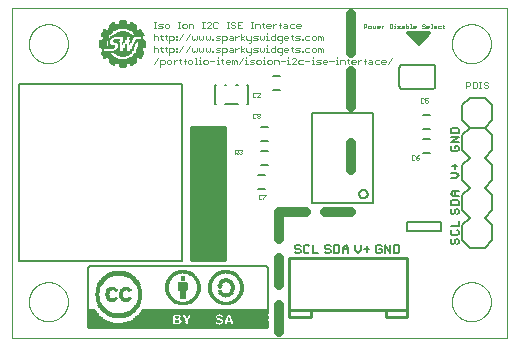
<source format=gto>
G75*
%MOIN*%
%OFA0B0*%
%FSLAX25Y25*%
%IPPOS*%
%LPD*%
%AMOC8*
5,1,8,0,0,1.08239X$1,22.5*
%
%ADD10C,0.00000*%
%ADD11C,0.03200*%
%ADD12C,0.00300*%
%ADD13C,0.00400*%
%ADD14C,0.00500*%
%ADD15C,0.01200*%
%ADD16C,0.00200*%
%ADD17R,0.01102X0.00039*%
%ADD18R,0.01929X0.00039*%
%ADD19R,0.02205X0.00039*%
%ADD20R,0.02244X0.00039*%
%ADD21R,0.02283X0.00039*%
%ADD22R,0.02323X0.00039*%
%ADD23R,0.02362X0.00039*%
%ADD24R,0.02402X0.00039*%
%ADD25R,0.02441X0.00039*%
%ADD26R,0.00079X0.00039*%
%ADD27R,0.02480X0.00039*%
%ADD28R,0.00039X0.00039*%
%ADD29R,0.00197X0.00039*%
%ADD30R,0.00354X0.00039*%
%ADD31R,0.02520X0.00039*%
%ADD32R,0.00315X0.00039*%
%ADD33R,0.00472X0.00039*%
%ADD34R,0.02559X0.00039*%
%ADD35R,0.00433X0.00039*%
%ADD36R,0.00591X0.00039*%
%ADD37R,0.00709X0.00039*%
%ADD38R,0.02598X0.00039*%
%ADD39R,0.00827X0.00039*%
%ADD40R,0.02638X0.00039*%
%ADD41R,0.00945X0.00039*%
%ADD42R,0.01063X0.00039*%
%ADD43R,0.02677X0.00039*%
%ADD44R,0.01181X0.00039*%
%ADD45R,0.01299X0.00039*%
%ADD46R,0.02717X0.00039*%
%ADD47R,0.01417X0.00039*%
%ADD48R,0.01496X0.00039*%
%ADD49R,0.02756X0.00039*%
%ADD50R,0.01535X0.00039*%
%ADD51R,0.01614X0.00039*%
%ADD52R,0.02795X0.00039*%
%ADD53R,0.01654X0.00039*%
%ADD54R,0.01732X0.00039*%
%ADD55R,0.01811X0.00039*%
%ADD56R,0.03071X0.00039*%
%ADD57R,0.01850X0.00039*%
%ADD58R,0.03386X0.00039*%
%ADD59R,0.02047X0.00039*%
%ADD60R,0.03661X0.00039*%
%ADD61R,0.02126X0.00039*%
%ADD62R,0.03937X0.00039*%
%ADD63R,0.02165X0.00039*%
%ADD64R,0.08701X0.00039*%
%ADD65R,0.08780X0.00039*%
%ADD66R,0.08898X0.00039*%
%ADD67R,0.09016X0.00039*%
%ADD68R,0.09134X0.00039*%
%ADD69R,0.09252X0.00039*%
%ADD70R,0.09331X0.00039*%
%ADD71R,0.09449X0.00039*%
%ADD72R,0.09567X0.00039*%
%ADD73R,0.09528X0.00039*%
%ADD74R,0.09488X0.00039*%
%ADD75R,0.09409X0.00039*%
%ADD76R,0.09370X0.00039*%
%ADD77R,0.09291X0.00039*%
%ADD78R,0.09213X0.00039*%
%ADD79R,0.09173X0.00039*%
%ADD80R,0.04252X0.00039*%
%ADD81R,0.03858X0.00039*%
%ADD82R,0.03622X0.00039*%
%ADD83R,0.03583X0.00039*%
%ADD84R,0.03425X0.00039*%
%ADD85R,0.03268X0.00039*%
%ADD86R,0.03228X0.00039*%
%ADD87R,0.03150X0.00039*%
%ADD88R,0.03031X0.00039*%
%ADD89R,0.02992X0.00039*%
%ADD90R,0.02913X0.00039*%
%ADD91R,0.02953X0.00039*%
%ADD92R,0.02835X0.00039*%
%ADD93R,0.02874X0.00039*%
%ADD94R,0.00157X0.00039*%
%ADD95R,0.00394X0.00039*%
%ADD96R,0.00551X0.00039*%
%ADD97R,0.00787X0.00039*%
%ADD98R,0.00748X0.00039*%
%ADD99R,0.01142X0.00039*%
%ADD100R,0.03780X0.00039*%
%ADD101R,0.03740X0.00039*%
%ADD102R,0.03701X0.00039*%
%ADD103R,0.03543X0.00039*%
%ADD104R,0.03504X0.00039*%
%ADD105R,0.03465X0.00039*%
%ADD106R,0.01890X0.00039*%
%ADD107R,0.03346X0.00039*%
%ADD108R,0.03307X0.00039*%
%ADD109R,0.03189X0.00039*%
%ADD110R,0.03819X0.00039*%
%ADD111R,0.03976X0.00039*%
%ADD112R,0.04134X0.00039*%
%ADD113R,0.03110X0.00039*%
%ADD114R,0.04370X0.00039*%
%ADD115R,0.04528X0.00039*%
%ADD116R,0.04606X0.00039*%
%ADD117R,0.04724X0.00039*%
%ADD118R,0.04843X0.00039*%
%ADD119R,0.04961X0.00039*%
%ADD120R,0.05079X0.00039*%
%ADD121R,0.05157X0.00039*%
%ADD122R,0.05276X0.00039*%
%ADD123R,0.05354X0.00039*%
%ADD124R,0.05472X0.00039*%
%ADD125R,0.05551X0.00039*%
%ADD126R,0.05630X0.00039*%
%ADD127R,0.05709X0.00039*%
%ADD128R,0.05787X0.00039*%
%ADD129R,0.04055X0.00039*%
%ADD130R,0.05866X0.00039*%
%ADD131R,0.10157X0.00039*%
%ADD132R,0.10197X0.00039*%
%ADD133R,0.00669X0.00039*%
%ADD134R,0.01575X0.00039*%
%ADD135R,0.00630X0.00039*%
%ADD136R,0.02087X0.00039*%
%ADD137R,0.00984X0.00039*%
%ADD138R,0.02008X0.00039*%
%ADD139R,0.01693X0.00039*%
%ADD140R,0.01969X0.00039*%
%ADD141R,0.01378X0.00039*%
%ADD142R,0.01772X0.00039*%
%ADD143R,0.01339X0.00039*%
%ADD144R,0.01024X0.00039*%
%ADD145R,0.01260X0.00039*%
%ADD146R,0.01220X0.00039*%
%ADD147R,0.00906X0.00039*%
%ADD148R,0.00866X0.00039*%
%ADD149R,0.04094X0.00039*%
%ADD150R,0.04173X0.00039*%
%ADD151R,0.04291X0.00039*%
%ADD152R,0.04449X0.00039*%
%ADD153R,0.04803X0.00039*%
%ADD154R,0.00512X0.00039*%
%ADD155R,0.05118X0.00039*%
%ADD156R,0.05197X0.00039*%
%ADD157R,0.01457X0.00039*%
%ADD158R,0.00276X0.00039*%
%ADD159R,0.00236X0.00039*%
%ADD160R,0.00118X0.00039*%
%ADD161R,0.10630X0.00039*%
%ADD162R,0.10591X0.00039*%
%ADD163R,0.06850X0.00039*%
%ADD164R,0.06772X0.00039*%
%ADD165R,0.06654X0.00039*%
%ADD166R,0.06496X0.00039*%
%ADD167R,0.06417X0.00039*%
%ADD168R,0.06299X0.00039*%
%ADD169R,0.06142X0.00039*%
%ADD170R,0.05984X0.00039*%
%ADD171R,0.05906X0.00039*%
%ADD172R,0.05827X0.00039*%
%ADD173R,0.05748X0.00039*%
%ADD174R,0.05669X0.00039*%
%ADD175R,0.05591X0.00039*%
%ADD176R,0.05512X0.00039*%
%ADD177R,0.05394X0.00039*%
%ADD178R,0.05315X0.00039*%
%ADD179R,0.05236X0.00039*%
%ADD180R,0.05000X0.00039*%
%ADD181R,0.04921X0.00039*%
%ADD182R,0.04685X0.00039*%
%ADD183R,0.04567X0.00039*%
%ADD184R,0.04331X0.00039*%
%ADD185R,0.03898X0.00039*%
%ADD186R,0.04016X0.00039*%
%ADD187R,0.09094X0.00039*%
%ADD188R,0.08976X0.00039*%
%ADD189R,0.08858X0.00039*%
%ADD190R,0.08740X0.00039*%
%ADD191C,0.00600*%
%ADD192C,0.00100*%
%ADD193C,0.01000*%
%ADD194C,0.00800*%
%ADD195R,0.60150X0.00150*%
%ADD196R,0.60450X0.00150*%
%ADD197R,0.43950X0.00150*%
%ADD198R,0.16200X0.00150*%
%ADD199R,0.28650X0.00150*%
%ADD200R,0.02100X0.00150*%
%ADD201R,0.09750X0.00150*%
%ADD202R,0.00750X0.00150*%
%ADD203R,0.01650X0.00150*%
%ADD204R,0.11700X0.00150*%
%ADD205R,0.01800X0.00150*%
%ADD206R,0.09450X0.00150*%
%ADD207R,0.00450X0.00150*%
%ADD208R,0.10350X0.00150*%
%ADD209R,0.17850X0.00150*%
%ADD210R,0.09300X0.00150*%
%ADD211R,0.01500X0.00150*%
%ADD212R,0.08850X0.00150*%
%ADD213R,0.16500X0.00150*%
%ADD214R,0.00600X0.00150*%
%ADD215R,0.00300X0.00150*%
%ADD216R,0.01350X0.00150*%
%ADD217R,0.11850X0.00150*%
%ADD218R,0.08100X0.00150*%
%ADD219R,0.15750X0.00150*%
%ADD220R,0.01200X0.00150*%
%ADD221R,0.09150X0.00150*%
%ADD222R,0.07650X0.00150*%
%ADD223R,0.15300X0.00150*%
%ADD224R,0.12000X0.00150*%
%ADD225R,0.07350X0.00150*%
%ADD226R,0.14850X0.00150*%
%ADD227R,0.06900X0.00150*%
%ADD228R,0.14550X0.00150*%
%ADD229R,0.11100X0.00150*%
%ADD230R,0.06600X0.00150*%
%ADD231R,0.14250X0.00150*%
%ADD232R,0.10800X0.00150*%
%ADD233R,0.12150X0.00150*%
%ADD234R,0.06300X0.00150*%
%ADD235R,0.13950X0.00150*%
%ADD236R,0.00900X0.00150*%
%ADD237R,0.10200X0.00150*%
%ADD238R,0.06000X0.00150*%
%ADD239R,0.13650X0.00150*%
%ADD240R,0.09600X0.00150*%
%ADD241R,0.05850X0.00150*%
%ADD242R,0.13350X0.00150*%
%ADD243R,0.12300X0.00150*%
%ADD244R,0.05550X0.00150*%
%ADD245R,0.13200X0.00150*%
%ADD246R,0.05400X0.00150*%
%ADD247R,0.12900X0.00150*%
%ADD248R,0.08850X0.00150*%
%ADD249R,0.02250X0.00150*%
%ADD250R,0.12450X0.00150*%
%ADD251R,0.05100X0.00150*%
%ADD252R,0.03000X0.00150*%
%ADD253R,0.12750X0.00150*%
%ADD254R,0.01050X0.00150*%
%ADD255R,0.02700X0.00150*%
%ADD256R,0.00150X0.00150*%
%ADD257R,0.04950X0.00150*%
%ADD258R,0.04350X0.00150*%
%ADD259R,0.12600X0.00150*%
%ADD260R,0.08550X0.00150*%
%ADD261R,0.04800X0.00150*%
%ADD262R,0.05250X0.00150*%
%ADD263R,0.04650X0.00150*%
%ADD264R,0.06000X0.00150*%
%ADD265R,0.04500X0.00150*%
%ADD266R,0.06750X0.00150*%
%ADD267R,0.08400X0.00150*%
%ADD268R,0.04200X0.00150*%
%ADD269R,0.07350X0.00150*%
%ADD270R,0.04050X0.00150*%
%ADD271R,0.07800X0.00150*%
%ADD272R,0.08250X0.00150*%
%ADD273R,0.11550X0.00150*%
%ADD274R,0.01950X0.00150*%
%ADD275R,0.03900X0.00150*%
%ADD276R,0.26700X0.00150*%
%ADD277R,0.03750X0.00150*%
%ADD278R,0.43200X0.00150*%
%ADD279R,0.03600X0.00150*%
%ADD280R,0.03300X0.00150*%
%ADD281R,0.43050X0.00150*%
%ADD282R,0.03450X0.00150*%
%ADD283R,0.42900X0.00150*%
%ADD284R,0.03300X0.00150*%
%ADD285R,0.42750X0.00150*%
%ADD286R,0.02550X0.00150*%
%ADD287R,0.42600X0.00150*%
%ADD288R,0.03150X0.00150*%
%ADD289R,0.02400X0.00150*%
%ADD290R,0.03000X0.00150*%
%ADD291R,0.42450X0.00150*%
%ADD292R,0.02850X0.00150*%
%ADD293R,0.42300X0.00150*%
%ADD294R,0.02700X0.00150*%
%ADD295R,0.42150X0.00150*%
%ADD296R,0.00600X0.00150*%
%ADD297R,0.03600X0.00150*%
%ADD298R,0.04500X0.00150*%
%ADD299R,0.05100X0.00150*%
%ADD300R,0.05700X0.00150*%
%ADD301R,0.05550X0.00150*%
%ADD302R,0.06150X0.00150*%
%ADD303R,0.06600X0.00150*%
%ADD304R,0.03450X0.00150*%
%ADD305R,0.03900X0.00150*%
%ADD306R,0.03150X0.00150*%
%ADD307R,0.04200X0.00150*%
%ADD308R,0.04650X0.00150*%
%ADD309R,0.03750X0.00150*%
%ADD310R,0.02850X0.00150*%
%ADD311R,0.04050X0.00150*%
%ADD312R,0.08700X0.00150*%
%ADD313R,0.07200X0.00150*%
%ADD314R,0.06450X0.00150*%
%ADD315R,0.05850X0.00150*%
%ADD316R,0.04950X0.00150*%
%ADD317R,0.05400X0.00150*%
%ADD318R,0.04800X0.00150*%
%ADD319R,0.60150X0.00150*%
%ADD320R,0.59850X0.00150*%
%ADD321R,0.59550X0.00150*%
%ADD322R,0.58950X0.00150*%
D10*
X0089050Y0003800D02*
X0089050Y0113800D01*
X0254050Y0113800D01*
X0254050Y0003800D01*
X0089050Y0003800D01*
X0094550Y0015800D02*
X0094552Y0015961D01*
X0094558Y0016121D01*
X0094568Y0016282D01*
X0094582Y0016442D01*
X0094600Y0016602D01*
X0094621Y0016761D01*
X0094647Y0016920D01*
X0094677Y0017078D01*
X0094710Y0017235D01*
X0094748Y0017392D01*
X0094789Y0017547D01*
X0094834Y0017701D01*
X0094883Y0017854D01*
X0094936Y0018006D01*
X0094992Y0018157D01*
X0095053Y0018306D01*
X0095116Y0018454D01*
X0095184Y0018600D01*
X0095255Y0018744D01*
X0095329Y0018886D01*
X0095407Y0019027D01*
X0095489Y0019165D01*
X0095574Y0019302D01*
X0095662Y0019436D01*
X0095754Y0019568D01*
X0095849Y0019698D01*
X0095947Y0019826D01*
X0096048Y0019951D01*
X0096152Y0020073D01*
X0096259Y0020193D01*
X0096369Y0020310D01*
X0096482Y0020425D01*
X0096598Y0020536D01*
X0096717Y0020645D01*
X0096838Y0020750D01*
X0096962Y0020853D01*
X0097088Y0020953D01*
X0097216Y0021049D01*
X0097347Y0021142D01*
X0097481Y0021232D01*
X0097616Y0021319D01*
X0097754Y0021402D01*
X0097893Y0021482D01*
X0098035Y0021558D01*
X0098178Y0021631D01*
X0098323Y0021700D01*
X0098470Y0021766D01*
X0098618Y0021828D01*
X0098768Y0021886D01*
X0098919Y0021941D01*
X0099072Y0021992D01*
X0099226Y0022039D01*
X0099381Y0022082D01*
X0099537Y0022121D01*
X0099693Y0022157D01*
X0099851Y0022188D01*
X0100009Y0022216D01*
X0100168Y0022240D01*
X0100328Y0022260D01*
X0100488Y0022276D01*
X0100648Y0022288D01*
X0100809Y0022296D01*
X0100970Y0022300D01*
X0101130Y0022300D01*
X0101291Y0022296D01*
X0101452Y0022288D01*
X0101612Y0022276D01*
X0101772Y0022260D01*
X0101932Y0022240D01*
X0102091Y0022216D01*
X0102249Y0022188D01*
X0102407Y0022157D01*
X0102563Y0022121D01*
X0102719Y0022082D01*
X0102874Y0022039D01*
X0103028Y0021992D01*
X0103181Y0021941D01*
X0103332Y0021886D01*
X0103482Y0021828D01*
X0103630Y0021766D01*
X0103777Y0021700D01*
X0103922Y0021631D01*
X0104065Y0021558D01*
X0104207Y0021482D01*
X0104346Y0021402D01*
X0104484Y0021319D01*
X0104619Y0021232D01*
X0104753Y0021142D01*
X0104884Y0021049D01*
X0105012Y0020953D01*
X0105138Y0020853D01*
X0105262Y0020750D01*
X0105383Y0020645D01*
X0105502Y0020536D01*
X0105618Y0020425D01*
X0105731Y0020310D01*
X0105841Y0020193D01*
X0105948Y0020073D01*
X0106052Y0019951D01*
X0106153Y0019826D01*
X0106251Y0019698D01*
X0106346Y0019568D01*
X0106438Y0019436D01*
X0106526Y0019302D01*
X0106611Y0019165D01*
X0106693Y0019027D01*
X0106771Y0018886D01*
X0106845Y0018744D01*
X0106916Y0018600D01*
X0106984Y0018454D01*
X0107047Y0018306D01*
X0107108Y0018157D01*
X0107164Y0018006D01*
X0107217Y0017854D01*
X0107266Y0017701D01*
X0107311Y0017547D01*
X0107352Y0017392D01*
X0107390Y0017235D01*
X0107423Y0017078D01*
X0107453Y0016920D01*
X0107479Y0016761D01*
X0107500Y0016602D01*
X0107518Y0016442D01*
X0107532Y0016282D01*
X0107542Y0016121D01*
X0107548Y0015961D01*
X0107550Y0015800D01*
X0107548Y0015639D01*
X0107542Y0015479D01*
X0107532Y0015318D01*
X0107518Y0015158D01*
X0107500Y0014998D01*
X0107479Y0014839D01*
X0107453Y0014680D01*
X0107423Y0014522D01*
X0107390Y0014365D01*
X0107352Y0014208D01*
X0107311Y0014053D01*
X0107266Y0013899D01*
X0107217Y0013746D01*
X0107164Y0013594D01*
X0107108Y0013443D01*
X0107047Y0013294D01*
X0106984Y0013146D01*
X0106916Y0013000D01*
X0106845Y0012856D01*
X0106771Y0012714D01*
X0106693Y0012573D01*
X0106611Y0012435D01*
X0106526Y0012298D01*
X0106438Y0012164D01*
X0106346Y0012032D01*
X0106251Y0011902D01*
X0106153Y0011774D01*
X0106052Y0011649D01*
X0105948Y0011527D01*
X0105841Y0011407D01*
X0105731Y0011290D01*
X0105618Y0011175D01*
X0105502Y0011064D01*
X0105383Y0010955D01*
X0105262Y0010850D01*
X0105138Y0010747D01*
X0105012Y0010647D01*
X0104884Y0010551D01*
X0104753Y0010458D01*
X0104619Y0010368D01*
X0104484Y0010281D01*
X0104346Y0010198D01*
X0104207Y0010118D01*
X0104065Y0010042D01*
X0103922Y0009969D01*
X0103777Y0009900D01*
X0103630Y0009834D01*
X0103482Y0009772D01*
X0103332Y0009714D01*
X0103181Y0009659D01*
X0103028Y0009608D01*
X0102874Y0009561D01*
X0102719Y0009518D01*
X0102563Y0009479D01*
X0102407Y0009443D01*
X0102249Y0009412D01*
X0102091Y0009384D01*
X0101932Y0009360D01*
X0101772Y0009340D01*
X0101612Y0009324D01*
X0101452Y0009312D01*
X0101291Y0009304D01*
X0101130Y0009300D01*
X0100970Y0009300D01*
X0100809Y0009304D01*
X0100648Y0009312D01*
X0100488Y0009324D01*
X0100328Y0009340D01*
X0100168Y0009360D01*
X0100009Y0009384D01*
X0099851Y0009412D01*
X0099693Y0009443D01*
X0099537Y0009479D01*
X0099381Y0009518D01*
X0099226Y0009561D01*
X0099072Y0009608D01*
X0098919Y0009659D01*
X0098768Y0009714D01*
X0098618Y0009772D01*
X0098470Y0009834D01*
X0098323Y0009900D01*
X0098178Y0009969D01*
X0098035Y0010042D01*
X0097893Y0010118D01*
X0097754Y0010198D01*
X0097616Y0010281D01*
X0097481Y0010368D01*
X0097347Y0010458D01*
X0097216Y0010551D01*
X0097088Y0010647D01*
X0096962Y0010747D01*
X0096838Y0010850D01*
X0096717Y0010955D01*
X0096598Y0011064D01*
X0096482Y0011175D01*
X0096369Y0011290D01*
X0096259Y0011407D01*
X0096152Y0011527D01*
X0096048Y0011649D01*
X0095947Y0011774D01*
X0095849Y0011902D01*
X0095754Y0012032D01*
X0095662Y0012164D01*
X0095574Y0012298D01*
X0095489Y0012435D01*
X0095407Y0012573D01*
X0095329Y0012714D01*
X0095255Y0012856D01*
X0095184Y0013000D01*
X0095116Y0013146D01*
X0095053Y0013294D01*
X0094992Y0013443D01*
X0094936Y0013594D01*
X0094883Y0013746D01*
X0094834Y0013899D01*
X0094789Y0014053D01*
X0094748Y0014208D01*
X0094710Y0014365D01*
X0094677Y0014522D01*
X0094647Y0014680D01*
X0094621Y0014839D01*
X0094600Y0014998D01*
X0094582Y0015158D01*
X0094568Y0015318D01*
X0094558Y0015479D01*
X0094552Y0015639D01*
X0094550Y0015800D01*
X0235550Y0015800D02*
X0235552Y0015961D01*
X0235558Y0016121D01*
X0235568Y0016282D01*
X0235582Y0016442D01*
X0235600Y0016602D01*
X0235621Y0016761D01*
X0235647Y0016920D01*
X0235677Y0017078D01*
X0235710Y0017235D01*
X0235748Y0017392D01*
X0235789Y0017547D01*
X0235834Y0017701D01*
X0235883Y0017854D01*
X0235936Y0018006D01*
X0235992Y0018157D01*
X0236053Y0018306D01*
X0236116Y0018454D01*
X0236184Y0018600D01*
X0236255Y0018744D01*
X0236329Y0018886D01*
X0236407Y0019027D01*
X0236489Y0019165D01*
X0236574Y0019302D01*
X0236662Y0019436D01*
X0236754Y0019568D01*
X0236849Y0019698D01*
X0236947Y0019826D01*
X0237048Y0019951D01*
X0237152Y0020073D01*
X0237259Y0020193D01*
X0237369Y0020310D01*
X0237482Y0020425D01*
X0237598Y0020536D01*
X0237717Y0020645D01*
X0237838Y0020750D01*
X0237962Y0020853D01*
X0238088Y0020953D01*
X0238216Y0021049D01*
X0238347Y0021142D01*
X0238481Y0021232D01*
X0238616Y0021319D01*
X0238754Y0021402D01*
X0238893Y0021482D01*
X0239035Y0021558D01*
X0239178Y0021631D01*
X0239323Y0021700D01*
X0239470Y0021766D01*
X0239618Y0021828D01*
X0239768Y0021886D01*
X0239919Y0021941D01*
X0240072Y0021992D01*
X0240226Y0022039D01*
X0240381Y0022082D01*
X0240537Y0022121D01*
X0240693Y0022157D01*
X0240851Y0022188D01*
X0241009Y0022216D01*
X0241168Y0022240D01*
X0241328Y0022260D01*
X0241488Y0022276D01*
X0241648Y0022288D01*
X0241809Y0022296D01*
X0241970Y0022300D01*
X0242130Y0022300D01*
X0242291Y0022296D01*
X0242452Y0022288D01*
X0242612Y0022276D01*
X0242772Y0022260D01*
X0242932Y0022240D01*
X0243091Y0022216D01*
X0243249Y0022188D01*
X0243407Y0022157D01*
X0243563Y0022121D01*
X0243719Y0022082D01*
X0243874Y0022039D01*
X0244028Y0021992D01*
X0244181Y0021941D01*
X0244332Y0021886D01*
X0244482Y0021828D01*
X0244630Y0021766D01*
X0244777Y0021700D01*
X0244922Y0021631D01*
X0245065Y0021558D01*
X0245207Y0021482D01*
X0245346Y0021402D01*
X0245484Y0021319D01*
X0245619Y0021232D01*
X0245753Y0021142D01*
X0245884Y0021049D01*
X0246012Y0020953D01*
X0246138Y0020853D01*
X0246262Y0020750D01*
X0246383Y0020645D01*
X0246502Y0020536D01*
X0246618Y0020425D01*
X0246731Y0020310D01*
X0246841Y0020193D01*
X0246948Y0020073D01*
X0247052Y0019951D01*
X0247153Y0019826D01*
X0247251Y0019698D01*
X0247346Y0019568D01*
X0247438Y0019436D01*
X0247526Y0019302D01*
X0247611Y0019165D01*
X0247693Y0019027D01*
X0247771Y0018886D01*
X0247845Y0018744D01*
X0247916Y0018600D01*
X0247984Y0018454D01*
X0248047Y0018306D01*
X0248108Y0018157D01*
X0248164Y0018006D01*
X0248217Y0017854D01*
X0248266Y0017701D01*
X0248311Y0017547D01*
X0248352Y0017392D01*
X0248390Y0017235D01*
X0248423Y0017078D01*
X0248453Y0016920D01*
X0248479Y0016761D01*
X0248500Y0016602D01*
X0248518Y0016442D01*
X0248532Y0016282D01*
X0248542Y0016121D01*
X0248548Y0015961D01*
X0248550Y0015800D01*
X0248548Y0015639D01*
X0248542Y0015479D01*
X0248532Y0015318D01*
X0248518Y0015158D01*
X0248500Y0014998D01*
X0248479Y0014839D01*
X0248453Y0014680D01*
X0248423Y0014522D01*
X0248390Y0014365D01*
X0248352Y0014208D01*
X0248311Y0014053D01*
X0248266Y0013899D01*
X0248217Y0013746D01*
X0248164Y0013594D01*
X0248108Y0013443D01*
X0248047Y0013294D01*
X0247984Y0013146D01*
X0247916Y0013000D01*
X0247845Y0012856D01*
X0247771Y0012714D01*
X0247693Y0012573D01*
X0247611Y0012435D01*
X0247526Y0012298D01*
X0247438Y0012164D01*
X0247346Y0012032D01*
X0247251Y0011902D01*
X0247153Y0011774D01*
X0247052Y0011649D01*
X0246948Y0011527D01*
X0246841Y0011407D01*
X0246731Y0011290D01*
X0246618Y0011175D01*
X0246502Y0011064D01*
X0246383Y0010955D01*
X0246262Y0010850D01*
X0246138Y0010747D01*
X0246012Y0010647D01*
X0245884Y0010551D01*
X0245753Y0010458D01*
X0245619Y0010368D01*
X0245484Y0010281D01*
X0245346Y0010198D01*
X0245207Y0010118D01*
X0245065Y0010042D01*
X0244922Y0009969D01*
X0244777Y0009900D01*
X0244630Y0009834D01*
X0244482Y0009772D01*
X0244332Y0009714D01*
X0244181Y0009659D01*
X0244028Y0009608D01*
X0243874Y0009561D01*
X0243719Y0009518D01*
X0243563Y0009479D01*
X0243407Y0009443D01*
X0243249Y0009412D01*
X0243091Y0009384D01*
X0242932Y0009360D01*
X0242772Y0009340D01*
X0242612Y0009324D01*
X0242452Y0009312D01*
X0242291Y0009304D01*
X0242130Y0009300D01*
X0241970Y0009300D01*
X0241809Y0009304D01*
X0241648Y0009312D01*
X0241488Y0009324D01*
X0241328Y0009340D01*
X0241168Y0009360D01*
X0241009Y0009384D01*
X0240851Y0009412D01*
X0240693Y0009443D01*
X0240537Y0009479D01*
X0240381Y0009518D01*
X0240226Y0009561D01*
X0240072Y0009608D01*
X0239919Y0009659D01*
X0239768Y0009714D01*
X0239618Y0009772D01*
X0239470Y0009834D01*
X0239323Y0009900D01*
X0239178Y0009969D01*
X0239035Y0010042D01*
X0238893Y0010118D01*
X0238754Y0010198D01*
X0238616Y0010281D01*
X0238481Y0010368D01*
X0238347Y0010458D01*
X0238216Y0010551D01*
X0238088Y0010647D01*
X0237962Y0010747D01*
X0237838Y0010850D01*
X0237717Y0010955D01*
X0237598Y0011064D01*
X0237482Y0011175D01*
X0237369Y0011290D01*
X0237259Y0011407D01*
X0237152Y0011527D01*
X0237048Y0011649D01*
X0236947Y0011774D01*
X0236849Y0011902D01*
X0236754Y0012032D01*
X0236662Y0012164D01*
X0236574Y0012298D01*
X0236489Y0012435D01*
X0236407Y0012573D01*
X0236329Y0012714D01*
X0236255Y0012856D01*
X0236184Y0013000D01*
X0236116Y0013146D01*
X0236053Y0013294D01*
X0235992Y0013443D01*
X0235936Y0013594D01*
X0235883Y0013746D01*
X0235834Y0013899D01*
X0235789Y0014053D01*
X0235748Y0014208D01*
X0235710Y0014365D01*
X0235677Y0014522D01*
X0235647Y0014680D01*
X0235621Y0014839D01*
X0235600Y0014998D01*
X0235582Y0015158D01*
X0235568Y0015318D01*
X0235558Y0015479D01*
X0235552Y0015639D01*
X0235550Y0015800D01*
X0235550Y0101800D02*
X0235552Y0101961D01*
X0235558Y0102121D01*
X0235568Y0102282D01*
X0235582Y0102442D01*
X0235600Y0102602D01*
X0235621Y0102761D01*
X0235647Y0102920D01*
X0235677Y0103078D01*
X0235710Y0103235D01*
X0235748Y0103392D01*
X0235789Y0103547D01*
X0235834Y0103701D01*
X0235883Y0103854D01*
X0235936Y0104006D01*
X0235992Y0104157D01*
X0236053Y0104306D01*
X0236116Y0104454D01*
X0236184Y0104600D01*
X0236255Y0104744D01*
X0236329Y0104886D01*
X0236407Y0105027D01*
X0236489Y0105165D01*
X0236574Y0105302D01*
X0236662Y0105436D01*
X0236754Y0105568D01*
X0236849Y0105698D01*
X0236947Y0105826D01*
X0237048Y0105951D01*
X0237152Y0106073D01*
X0237259Y0106193D01*
X0237369Y0106310D01*
X0237482Y0106425D01*
X0237598Y0106536D01*
X0237717Y0106645D01*
X0237838Y0106750D01*
X0237962Y0106853D01*
X0238088Y0106953D01*
X0238216Y0107049D01*
X0238347Y0107142D01*
X0238481Y0107232D01*
X0238616Y0107319D01*
X0238754Y0107402D01*
X0238893Y0107482D01*
X0239035Y0107558D01*
X0239178Y0107631D01*
X0239323Y0107700D01*
X0239470Y0107766D01*
X0239618Y0107828D01*
X0239768Y0107886D01*
X0239919Y0107941D01*
X0240072Y0107992D01*
X0240226Y0108039D01*
X0240381Y0108082D01*
X0240537Y0108121D01*
X0240693Y0108157D01*
X0240851Y0108188D01*
X0241009Y0108216D01*
X0241168Y0108240D01*
X0241328Y0108260D01*
X0241488Y0108276D01*
X0241648Y0108288D01*
X0241809Y0108296D01*
X0241970Y0108300D01*
X0242130Y0108300D01*
X0242291Y0108296D01*
X0242452Y0108288D01*
X0242612Y0108276D01*
X0242772Y0108260D01*
X0242932Y0108240D01*
X0243091Y0108216D01*
X0243249Y0108188D01*
X0243407Y0108157D01*
X0243563Y0108121D01*
X0243719Y0108082D01*
X0243874Y0108039D01*
X0244028Y0107992D01*
X0244181Y0107941D01*
X0244332Y0107886D01*
X0244482Y0107828D01*
X0244630Y0107766D01*
X0244777Y0107700D01*
X0244922Y0107631D01*
X0245065Y0107558D01*
X0245207Y0107482D01*
X0245346Y0107402D01*
X0245484Y0107319D01*
X0245619Y0107232D01*
X0245753Y0107142D01*
X0245884Y0107049D01*
X0246012Y0106953D01*
X0246138Y0106853D01*
X0246262Y0106750D01*
X0246383Y0106645D01*
X0246502Y0106536D01*
X0246618Y0106425D01*
X0246731Y0106310D01*
X0246841Y0106193D01*
X0246948Y0106073D01*
X0247052Y0105951D01*
X0247153Y0105826D01*
X0247251Y0105698D01*
X0247346Y0105568D01*
X0247438Y0105436D01*
X0247526Y0105302D01*
X0247611Y0105165D01*
X0247693Y0105027D01*
X0247771Y0104886D01*
X0247845Y0104744D01*
X0247916Y0104600D01*
X0247984Y0104454D01*
X0248047Y0104306D01*
X0248108Y0104157D01*
X0248164Y0104006D01*
X0248217Y0103854D01*
X0248266Y0103701D01*
X0248311Y0103547D01*
X0248352Y0103392D01*
X0248390Y0103235D01*
X0248423Y0103078D01*
X0248453Y0102920D01*
X0248479Y0102761D01*
X0248500Y0102602D01*
X0248518Y0102442D01*
X0248532Y0102282D01*
X0248542Y0102121D01*
X0248548Y0101961D01*
X0248550Y0101800D01*
X0248548Y0101639D01*
X0248542Y0101479D01*
X0248532Y0101318D01*
X0248518Y0101158D01*
X0248500Y0100998D01*
X0248479Y0100839D01*
X0248453Y0100680D01*
X0248423Y0100522D01*
X0248390Y0100365D01*
X0248352Y0100208D01*
X0248311Y0100053D01*
X0248266Y0099899D01*
X0248217Y0099746D01*
X0248164Y0099594D01*
X0248108Y0099443D01*
X0248047Y0099294D01*
X0247984Y0099146D01*
X0247916Y0099000D01*
X0247845Y0098856D01*
X0247771Y0098714D01*
X0247693Y0098573D01*
X0247611Y0098435D01*
X0247526Y0098298D01*
X0247438Y0098164D01*
X0247346Y0098032D01*
X0247251Y0097902D01*
X0247153Y0097774D01*
X0247052Y0097649D01*
X0246948Y0097527D01*
X0246841Y0097407D01*
X0246731Y0097290D01*
X0246618Y0097175D01*
X0246502Y0097064D01*
X0246383Y0096955D01*
X0246262Y0096850D01*
X0246138Y0096747D01*
X0246012Y0096647D01*
X0245884Y0096551D01*
X0245753Y0096458D01*
X0245619Y0096368D01*
X0245484Y0096281D01*
X0245346Y0096198D01*
X0245207Y0096118D01*
X0245065Y0096042D01*
X0244922Y0095969D01*
X0244777Y0095900D01*
X0244630Y0095834D01*
X0244482Y0095772D01*
X0244332Y0095714D01*
X0244181Y0095659D01*
X0244028Y0095608D01*
X0243874Y0095561D01*
X0243719Y0095518D01*
X0243563Y0095479D01*
X0243407Y0095443D01*
X0243249Y0095412D01*
X0243091Y0095384D01*
X0242932Y0095360D01*
X0242772Y0095340D01*
X0242612Y0095324D01*
X0242452Y0095312D01*
X0242291Y0095304D01*
X0242130Y0095300D01*
X0241970Y0095300D01*
X0241809Y0095304D01*
X0241648Y0095312D01*
X0241488Y0095324D01*
X0241328Y0095340D01*
X0241168Y0095360D01*
X0241009Y0095384D01*
X0240851Y0095412D01*
X0240693Y0095443D01*
X0240537Y0095479D01*
X0240381Y0095518D01*
X0240226Y0095561D01*
X0240072Y0095608D01*
X0239919Y0095659D01*
X0239768Y0095714D01*
X0239618Y0095772D01*
X0239470Y0095834D01*
X0239323Y0095900D01*
X0239178Y0095969D01*
X0239035Y0096042D01*
X0238893Y0096118D01*
X0238754Y0096198D01*
X0238616Y0096281D01*
X0238481Y0096368D01*
X0238347Y0096458D01*
X0238216Y0096551D01*
X0238088Y0096647D01*
X0237962Y0096747D01*
X0237838Y0096850D01*
X0237717Y0096955D01*
X0237598Y0097064D01*
X0237482Y0097175D01*
X0237369Y0097290D01*
X0237259Y0097407D01*
X0237152Y0097527D01*
X0237048Y0097649D01*
X0236947Y0097774D01*
X0236849Y0097902D01*
X0236754Y0098032D01*
X0236662Y0098164D01*
X0236574Y0098298D01*
X0236489Y0098435D01*
X0236407Y0098573D01*
X0236329Y0098714D01*
X0236255Y0098856D01*
X0236184Y0099000D01*
X0236116Y0099146D01*
X0236053Y0099294D01*
X0235992Y0099443D01*
X0235936Y0099594D01*
X0235883Y0099746D01*
X0235834Y0099899D01*
X0235789Y0100053D01*
X0235748Y0100208D01*
X0235710Y0100365D01*
X0235677Y0100522D01*
X0235647Y0100680D01*
X0235621Y0100839D01*
X0235600Y0100998D01*
X0235582Y0101158D01*
X0235568Y0101318D01*
X0235558Y0101479D01*
X0235552Y0101639D01*
X0235550Y0101800D01*
X0094550Y0101800D02*
X0094552Y0101961D01*
X0094558Y0102121D01*
X0094568Y0102282D01*
X0094582Y0102442D01*
X0094600Y0102602D01*
X0094621Y0102761D01*
X0094647Y0102920D01*
X0094677Y0103078D01*
X0094710Y0103235D01*
X0094748Y0103392D01*
X0094789Y0103547D01*
X0094834Y0103701D01*
X0094883Y0103854D01*
X0094936Y0104006D01*
X0094992Y0104157D01*
X0095053Y0104306D01*
X0095116Y0104454D01*
X0095184Y0104600D01*
X0095255Y0104744D01*
X0095329Y0104886D01*
X0095407Y0105027D01*
X0095489Y0105165D01*
X0095574Y0105302D01*
X0095662Y0105436D01*
X0095754Y0105568D01*
X0095849Y0105698D01*
X0095947Y0105826D01*
X0096048Y0105951D01*
X0096152Y0106073D01*
X0096259Y0106193D01*
X0096369Y0106310D01*
X0096482Y0106425D01*
X0096598Y0106536D01*
X0096717Y0106645D01*
X0096838Y0106750D01*
X0096962Y0106853D01*
X0097088Y0106953D01*
X0097216Y0107049D01*
X0097347Y0107142D01*
X0097481Y0107232D01*
X0097616Y0107319D01*
X0097754Y0107402D01*
X0097893Y0107482D01*
X0098035Y0107558D01*
X0098178Y0107631D01*
X0098323Y0107700D01*
X0098470Y0107766D01*
X0098618Y0107828D01*
X0098768Y0107886D01*
X0098919Y0107941D01*
X0099072Y0107992D01*
X0099226Y0108039D01*
X0099381Y0108082D01*
X0099537Y0108121D01*
X0099693Y0108157D01*
X0099851Y0108188D01*
X0100009Y0108216D01*
X0100168Y0108240D01*
X0100328Y0108260D01*
X0100488Y0108276D01*
X0100648Y0108288D01*
X0100809Y0108296D01*
X0100970Y0108300D01*
X0101130Y0108300D01*
X0101291Y0108296D01*
X0101452Y0108288D01*
X0101612Y0108276D01*
X0101772Y0108260D01*
X0101932Y0108240D01*
X0102091Y0108216D01*
X0102249Y0108188D01*
X0102407Y0108157D01*
X0102563Y0108121D01*
X0102719Y0108082D01*
X0102874Y0108039D01*
X0103028Y0107992D01*
X0103181Y0107941D01*
X0103332Y0107886D01*
X0103482Y0107828D01*
X0103630Y0107766D01*
X0103777Y0107700D01*
X0103922Y0107631D01*
X0104065Y0107558D01*
X0104207Y0107482D01*
X0104346Y0107402D01*
X0104484Y0107319D01*
X0104619Y0107232D01*
X0104753Y0107142D01*
X0104884Y0107049D01*
X0105012Y0106953D01*
X0105138Y0106853D01*
X0105262Y0106750D01*
X0105383Y0106645D01*
X0105502Y0106536D01*
X0105618Y0106425D01*
X0105731Y0106310D01*
X0105841Y0106193D01*
X0105948Y0106073D01*
X0106052Y0105951D01*
X0106153Y0105826D01*
X0106251Y0105698D01*
X0106346Y0105568D01*
X0106438Y0105436D01*
X0106526Y0105302D01*
X0106611Y0105165D01*
X0106693Y0105027D01*
X0106771Y0104886D01*
X0106845Y0104744D01*
X0106916Y0104600D01*
X0106984Y0104454D01*
X0107047Y0104306D01*
X0107108Y0104157D01*
X0107164Y0104006D01*
X0107217Y0103854D01*
X0107266Y0103701D01*
X0107311Y0103547D01*
X0107352Y0103392D01*
X0107390Y0103235D01*
X0107423Y0103078D01*
X0107453Y0102920D01*
X0107479Y0102761D01*
X0107500Y0102602D01*
X0107518Y0102442D01*
X0107532Y0102282D01*
X0107542Y0102121D01*
X0107548Y0101961D01*
X0107550Y0101800D01*
X0107548Y0101639D01*
X0107542Y0101479D01*
X0107532Y0101318D01*
X0107518Y0101158D01*
X0107500Y0100998D01*
X0107479Y0100839D01*
X0107453Y0100680D01*
X0107423Y0100522D01*
X0107390Y0100365D01*
X0107352Y0100208D01*
X0107311Y0100053D01*
X0107266Y0099899D01*
X0107217Y0099746D01*
X0107164Y0099594D01*
X0107108Y0099443D01*
X0107047Y0099294D01*
X0106984Y0099146D01*
X0106916Y0099000D01*
X0106845Y0098856D01*
X0106771Y0098714D01*
X0106693Y0098573D01*
X0106611Y0098435D01*
X0106526Y0098298D01*
X0106438Y0098164D01*
X0106346Y0098032D01*
X0106251Y0097902D01*
X0106153Y0097774D01*
X0106052Y0097649D01*
X0105948Y0097527D01*
X0105841Y0097407D01*
X0105731Y0097290D01*
X0105618Y0097175D01*
X0105502Y0097064D01*
X0105383Y0096955D01*
X0105262Y0096850D01*
X0105138Y0096747D01*
X0105012Y0096647D01*
X0104884Y0096551D01*
X0104753Y0096458D01*
X0104619Y0096368D01*
X0104484Y0096281D01*
X0104346Y0096198D01*
X0104207Y0096118D01*
X0104065Y0096042D01*
X0103922Y0095969D01*
X0103777Y0095900D01*
X0103630Y0095834D01*
X0103482Y0095772D01*
X0103332Y0095714D01*
X0103181Y0095659D01*
X0103028Y0095608D01*
X0102874Y0095561D01*
X0102719Y0095518D01*
X0102563Y0095479D01*
X0102407Y0095443D01*
X0102249Y0095412D01*
X0102091Y0095384D01*
X0101932Y0095360D01*
X0101772Y0095340D01*
X0101612Y0095324D01*
X0101452Y0095312D01*
X0101291Y0095304D01*
X0101130Y0095300D01*
X0100970Y0095300D01*
X0100809Y0095304D01*
X0100648Y0095312D01*
X0100488Y0095324D01*
X0100328Y0095340D01*
X0100168Y0095360D01*
X0100009Y0095384D01*
X0099851Y0095412D01*
X0099693Y0095443D01*
X0099537Y0095479D01*
X0099381Y0095518D01*
X0099226Y0095561D01*
X0099072Y0095608D01*
X0098919Y0095659D01*
X0098768Y0095714D01*
X0098618Y0095772D01*
X0098470Y0095834D01*
X0098323Y0095900D01*
X0098178Y0095969D01*
X0098035Y0096042D01*
X0097893Y0096118D01*
X0097754Y0096198D01*
X0097616Y0096281D01*
X0097481Y0096368D01*
X0097347Y0096458D01*
X0097216Y0096551D01*
X0097088Y0096647D01*
X0096962Y0096747D01*
X0096838Y0096850D01*
X0096717Y0096955D01*
X0096598Y0097064D01*
X0096482Y0097175D01*
X0096369Y0097290D01*
X0096259Y0097407D01*
X0096152Y0097527D01*
X0096048Y0097649D01*
X0095947Y0097774D01*
X0095849Y0097902D01*
X0095754Y0098032D01*
X0095662Y0098164D01*
X0095574Y0098298D01*
X0095489Y0098435D01*
X0095407Y0098573D01*
X0095329Y0098714D01*
X0095255Y0098856D01*
X0095184Y0099000D01*
X0095116Y0099146D01*
X0095053Y0099294D01*
X0094992Y0099443D01*
X0094936Y0099594D01*
X0094883Y0099746D01*
X0094834Y0099899D01*
X0094789Y0100053D01*
X0094748Y0100208D01*
X0094710Y0100365D01*
X0094677Y0100522D01*
X0094647Y0100680D01*
X0094621Y0100839D01*
X0094600Y0100998D01*
X0094582Y0101158D01*
X0094568Y0101318D01*
X0094558Y0101479D01*
X0094552Y0101639D01*
X0094550Y0101800D01*
D11*
X0202050Y0098800D02*
X0202050Y0111800D01*
X0202050Y0092800D02*
X0202050Y0080800D01*
X0202050Y0068800D02*
X0202050Y0059800D01*
X0202050Y0045800D02*
X0193250Y0045800D01*
X0186850Y0045800D02*
X0178050Y0045800D01*
X0178050Y0036733D01*
X0178050Y0030333D02*
X0178050Y0021267D01*
X0178050Y0014867D02*
X0178050Y0005800D01*
D12*
X0206200Y0106950D02*
X0206200Y0108251D01*
X0206851Y0108251D01*
X0207067Y0108034D01*
X0207067Y0107601D01*
X0206851Y0107384D01*
X0206200Y0107384D01*
X0207673Y0107601D02*
X0207673Y0107167D01*
X0207890Y0106950D01*
X0208324Y0106950D01*
X0208541Y0107167D01*
X0208541Y0107601D01*
X0208324Y0107817D01*
X0207890Y0107817D01*
X0207673Y0107601D01*
X0209147Y0107817D02*
X0209147Y0107167D01*
X0209363Y0106950D01*
X0209580Y0107167D01*
X0209797Y0106950D01*
X0210014Y0107167D01*
X0210014Y0107817D01*
X0210620Y0107601D02*
X0210837Y0107817D01*
X0211270Y0107817D01*
X0211487Y0107601D01*
X0211487Y0107384D01*
X0210620Y0107384D01*
X0210620Y0107167D02*
X0210620Y0107601D01*
X0210620Y0107167D02*
X0210837Y0106950D01*
X0211270Y0106950D01*
X0212093Y0106950D02*
X0212093Y0107817D01*
X0212093Y0107384D02*
X0212527Y0107817D01*
X0212744Y0107817D01*
X0214794Y0108251D02*
X0214794Y0106950D01*
X0215445Y0106950D01*
X0215661Y0107167D01*
X0215661Y0108034D01*
X0215445Y0108251D01*
X0214794Y0108251D01*
X0216267Y0107817D02*
X0216484Y0107817D01*
X0216484Y0106950D01*
X0216267Y0106950D02*
X0216701Y0106950D01*
X0217249Y0106950D02*
X0217900Y0106950D01*
X0218117Y0107167D01*
X0217900Y0107384D01*
X0217466Y0107384D01*
X0217249Y0107601D01*
X0217466Y0107817D01*
X0218117Y0107817D01*
X0218939Y0107817D02*
X0219373Y0107817D01*
X0219590Y0107601D01*
X0219590Y0106950D01*
X0218939Y0106950D01*
X0218723Y0107167D01*
X0218939Y0107384D01*
X0219590Y0107384D01*
X0220196Y0107817D02*
X0220846Y0107817D01*
X0221063Y0107601D01*
X0221063Y0107167D01*
X0220846Y0106950D01*
X0220196Y0106950D01*
X0220196Y0108251D01*
X0221669Y0108251D02*
X0221886Y0108251D01*
X0221886Y0106950D01*
X0221669Y0106950D02*
X0222103Y0106950D01*
X0222651Y0107167D02*
X0222868Y0106950D01*
X0223302Y0106950D01*
X0223519Y0107384D02*
X0222651Y0107384D01*
X0222651Y0107601D02*
X0222868Y0107817D01*
X0223302Y0107817D01*
X0223519Y0107601D01*
X0223519Y0107384D01*
X0222651Y0107167D02*
X0222651Y0107601D01*
X0225598Y0107817D02*
X0225815Y0107601D01*
X0226248Y0107601D01*
X0226465Y0107384D01*
X0226465Y0107167D01*
X0226248Y0106950D01*
X0225815Y0106950D01*
X0225598Y0107167D01*
X0225598Y0107817D02*
X0225598Y0108034D01*
X0225815Y0108251D01*
X0226248Y0108251D01*
X0226465Y0108034D01*
X0227071Y0107601D02*
X0227288Y0107817D01*
X0227722Y0107817D01*
X0227938Y0107601D01*
X0227938Y0107384D01*
X0227071Y0107384D01*
X0227071Y0107167D02*
X0227071Y0107601D01*
X0227071Y0107167D02*
X0227288Y0106950D01*
X0227722Y0106950D01*
X0228544Y0106950D02*
X0228978Y0106950D01*
X0228761Y0106950D02*
X0228761Y0108251D01*
X0228544Y0108251D01*
X0229527Y0107601D02*
X0229743Y0107817D01*
X0230177Y0107817D01*
X0230394Y0107601D01*
X0230394Y0107384D01*
X0229527Y0107384D01*
X0229527Y0107167D02*
X0229527Y0107601D01*
X0229527Y0107167D02*
X0229743Y0106950D01*
X0230177Y0106950D01*
X0231000Y0107167D02*
X0231217Y0106950D01*
X0231867Y0106950D01*
X0232690Y0107167D02*
X0232907Y0106950D01*
X0232690Y0107167D02*
X0232690Y0108034D01*
X0232473Y0107817D02*
X0232907Y0107817D01*
X0231867Y0107817D02*
X0231217Y0107817D01*
X0231000Y0107601D01*
X0231000Y0107167D01*
X0216484Y0108251D02*
X0216484Y0108468D01*
D13*
X0240250Y0089002D02*
X0241251Y0089002D01*
X0241584Y0088668D01*
X0241584Y0088001D01*
X0241251Y0087667D01*
X0240250Y0087667D01*
X0240250Y0087000D02*
X0240250Y0089002D01*
X0242460Y0089002D02*
X0243461Y0089002D01*
X0243794Y0088668D01*
X0243794Y0087334D01*
X0243461Y0087000D01*
X0242460Y0087000D01*
X0242460Y0089002D01*
X0244670Y0089002D02*
X0245337Y0089002D01*
X0245003Y0089002D02*
X0245003Y0087000D01*
X0244670Y0087000D02*
X0245337Y0087000D01*
X0246143Y0087334D02*
X0246477Y0087000D01*
X0247144Y0087000D01*
X0247477Y0087334D01*
X0247477Y0087667D01*
X0247144Y0088001D01*
X0246477Y0088001D01*
X0246143Y0088334D01*
X0246143Y0088668D01*
X0246477Y0089002D01*
X0247144Y0089002D01*
X0247477Y0088668D01*
D14*
X0237350Y0073745D02*
X0235548Y0073745D01*
X0235098Y0073294D01*
X0235098Y0071943D01*
X0237800Y0071943D01*
X0237800Y0073294D01*
X0237350Y0073745D01*
X0237800Y0070798D02*
X0235098Y0070798D01*
X0235098Y0068997D02*
X0237800Y0070798D01*
X0237800Y0068997D02*
X0235098Y0068997D01*
X0235548Y0067852D02*
X0235098Y0067401D01*
X0235098Y0066500D01*
X0235548Y0066050D01*
X0237350Y0066050D01*
X0237800Y0066500D01*
X0237800Y0067401D01*
X0237350Y0067852D01*
X0236449Y0067852D01*
X0236449Y0066951D01*
X0236449Y0061798D02*
X0236449Y0059997D01*
X0236899Y0058852D02*
X0235098Y0058852D01*
X0236899Y0058852D02*
X0237800Y0057951D01*
X0236899Y0057050D01*
X0235098Y0057050D01*
X0235548Y0060897D02*
X0237350Y0060897D01*
X0237800Y0052745D02*
X0235998Y0052745D01*
X0235098Y0051844D01*
X0235998Y0050943D01*
X0237800Y0050943D01*
X0237350Y0049798D02*
X0235548Y0049798D01*
X0235098Y0049348D01*
X0235098Y0047997D01*
X0237800Y0047997D01*
X0237800Y0049348D01*
X0237350Y0049798D01*
X0236449Y0050943D02*
X0236449Y0052745D01*
X0236899Y0046852D02*
X0237350Y0046852D01*
X0237800Y0046401D01*
X0237800Y0045500D01*
X0237350Y0045050D01*
X0236449Y0045500D02*
X0236449Y0046401D01*
X0236899Y0046852D01*
X0235548Y0046852D02*
X0235098Y0046401D01*
X0235098Y0045500D01*
X0235548Y0045050D01*
X0235998Y0045050D01*
X0236449Y0045500D01*
X0237800Y0042745D02*
X0237800Y0040943D01*
X0235098Y0040943D01*
X0235548Y0039798D02*
X0235098Y0039348D01*
X0235098Y0038447D01*
X0235548Y0037997D01*
X0237350Y0037997D01*
X0237800Y0038447D01*
X0237800Y0039348D01*
X0237350Y0039798D01*
X0237350Y0036852D02*
X0236899Y0036852D01*
X0236449Y0036401D01*
X0236449Y0035500D01*
X0235998Y0035050D01*
X0235548Y0035050D01*
X0235098Y0035500D01*
X0235098Y0036401D01*
X0235548Y0036852D01*
X0237350Y0036852D02*
X0237800Y0036401D01*
X0237800Y0035500D01*
X0237350Y0035050D01*
X0217995Y0034302D02*
X0217995Y0032500D01*
X0217544Y0032050D01*
X0216193Y0032050D01*
X0216193Y0034752D01*
X0217544Y0034752D01*
X0217995Y0034302D01*
X0215048Y0034752D02*
X0215048Y0032050D01*
X0213247Y0034752D01*
X0213247Y0032050D01*
X0212102Y0032500D02*
X0212102Y0033401D01*
X0211201Y0033401D01*
X0212102Y0032500D02*
X0211651Y0032050D01*
X0210750Y0032050D01*
X0210300Y0032500D01*
X0210300Y0034302D01*
X0210750Y0034752D01*
X0211651Y0034752D01*
X0212102Y0034302D01*
X0208048Y0033401D02*
X0206247Y0033401D01*
X0205102Y0032951D02*
X0205102Y0034752D01*
X0205102Y0032951D02*
X0204201Y0032050D01*
X0203300Y0032951D01*
X0203300Y0034752D01*
X0200995Y0033852D02*
X0200995Y0032050D01*
X0200995Y0033401D02*
X0199193Y0033401D01*
X0199193Y0033852D02*
X0200094Y0034752D01*
X0200995Y0033852D01*
X0199193Y0033852D02*
X0199193Y0032050D01*
X0198048Y0032500D02*
X0198048Y0034302D01*
X0197598Y0034752D01*
X0196247Y0034752D01*
X0196247Y0032050D01*
X0197598Y0032050D01*
X0198048Y0032500D01*
X0195102Y0032500D02*
X0195102Y0032951D01*
X0194651Y0033401D01*
X0193750Y0033401D01*
X0193300Y0033852D01*
X0193300Y0034302D01*
X0193750Y0034752D01*
X0194651Y0034752D01*
X0195102Y0034302D01*
X0195102Y0032500D02*
X0194651Y0032050D01*
X0193750Y0032050D01*
X0193300Y0032500D01*
X0190995Y0032050D02*
X0189193Y0032050D01*
X0189193Y0034752D01*
X0188048Y0034302D02*
X0187598Y0034752D01*
X0186697Y0034752D01*
X0186247Y0034302D01*
X0186247Y0032500D01*
X0186697Y0032050D01*
X0187598Y0032050D01*
X0188048Y0032500D01*
X0185102Y0032500D02*
X0185102Y0032951D01*
X0184651Y0033401D01*
X0183750Y0033401D01*
X0183300Y0033852D01*
X0183300Y0034302D01*
X0183750Y0034752D01*
X0184651Y0034752D01*
X0185102Y0034302D01*
X0185102Y0032500D02*
X0184651Y0032050D01*
X0183750Y0032050D01*
X0183300Y0032500D01*
X0181365Y0025737D02*
X0181365Y0017863D01*
X0207147Y0032500D02*
X0207147Y0034302D01*
X0188912Y0048741D02*
X0188912Y0048839D01*
X0145750Y0029300D02*
X0091250Y0029300D01*
X0091250Y0088300D01*
X0145750Y0088300D01*
X0145750Y0029300D01*
D15*
X0149050Y0029800D02*
X0160050Y0029800D01*
X0160050Y0073800D01*
X0149050Y0073800D01*
X0149050Y0029800D01*
X0149050Y0030167D02*
X0160050Y0030167D01*
X0160050Y0031366D02*
X0149050Y0031366D01*
X0149050Y0032564D02*
X0160050Y0032564D01*
X0160050Y0033763D02*
X0149050Y0033763D01*
X0149050Y0034961D02*
X0160050Y0034961D01*
X0160050Y0036160D02*
X0149050Y0036160D01*
X0149050Y0037358D02*
X0160050Y0037358D01*
X0160050Y0038557D02*
X0149050Y0038557D01*
X0149050Y0039755D02*
X0160050Y0039755D01*
X0160050Y0040954D02*
X0149050Y0040954D01*
X0149050Y0042152D02*
X0160050Y0042152D01*
X0160050Y0043351D02*
X0149050Y0043351D01*
X0149050Y0044549D02*
X0160050Y0044549D01*
X0160050Y0045748D02*
X0149050Y0045748D01*
X0149050Y0046946D02*
X0160050Y0046946D01*
X0160050Y0048145D02*
X0149050Y0048145D01*
X0149050Y0049343D02*
X0160050Y0049343D01*
X0160050Y0050542D02*
X0149050Y0050542D01*
X0149050Y0051740D02*
X0160050Y0051740D01*
X0160050Y0052939D02*
X0149050Y0052939D01*
X0149050Y0054137D02*
X0160050Y0054137D01*
X0160050Y0055336D02*
X0149050Y0055336D01*
X0149050Y0056534D02*
X0160050Y0056534D01*
X0160050Y0057733D02*
X0149050Y0057733D01*
X0149050Y0058932D02*
X0160050Y0058932D01*
X0160050Y0060130D02*
X0149050Y0060130D01*
X0149050Y0061329D02*
X0160050Y0061329D01*
X0160050Y0062527D02*
X0149050Y0062527D01*
X0149050Y0063726D02*
X0160050Y0063726D01*
X0160050Y0064924D02*
X0149050Y0064924D01*
X0149050Y0066123D02*
X0160050Y0066123D01*
X0160050Y0067321D02*
X0149050Y0067321D01*
X0149050Y0068520D02*
X0160050Y0068520D01*
X0160050Y0069718D02*
X0149050Y0069718D01*
X0149050Y0070917D02*
X0160050Y0070917D01*
X0160050Y0072115D02*
X0149050Y0072115D01*
X0149050Y0073314D02*
X0160050Y0073314D01*
X0221050Y0105300D02*
X0224550Y0101800D01*
X0228050Y0105300D01*
X0221050Y0105300D01*
X0222550Y0104800D02*
X0226550Y0104800D01*
X0224550Y0102800D01*
X0223050Y0104300D01*
X0225050Y0104300D01*
X0224550Y0103800D02*
X0224550Y0103300D01*
D16*
X0215700Y0097102D02*
X0214232Y0094900D01*
X0213490Y0095634D02*
X0212023Y0095634D01*
X0212023Y0096001D02*
X0212390Y0096368D01*
X0213123Y0096368D01*
X0213490Y0096001D01*
X0213490Y0095634D01*
X0213123Y0094900D02*
X0212390Y0094900D01*
X0212023Y0095267D01*
X0212023Y0096001D01*
X0211281Y0096368D02*
X0210180Y0096368D01*
X0209813Y0096001D01*
X0209813Y0095267D01*
X0210180Y0094900D01*
X0211281Y0094900D01*
X0209071Y0094900D02*
X0207970Y0094900D01*
X0207603Y0095267D01*
X0207970Y0095634D01*
X0209071Y0095634D01*
X0209071Y0096001D02*
X0209071Y0094900D01*
X0209071Y0096001D02*
X0208704Y0096368D01*
X0207970Y0096368D01*
X0206863Y0096001D02*
X0206130Y0096001D01*
X0206497Y0096735D02*
X0206497Y0094900D01*
X0205389Y0096368D02*
X0205022Y0096368D01*
X0204288Y0095634D01*
X0204288Y0094900D02*
X0204288Y0096368D01*
X0203546Y0096001D02*
X0203546Y0095634D01*
X0202078Y0095634D01*
X0202078Y0096001D02*
X0202445Y0096368D01*
X0203179Y0096368D01*
X0203546Y0096001D01*
X0203179Y0094900D02*
X0202445Y0094900D01*
X0202078Y0095267D01*
X0202078Y0096001D01*
X0201339Y0096368D02*
X0200605Y0096368D01*
X0200972Y0096735D02*
X0200972Y0095267D01*
X0201339Y0094900D01*
X0199863Y0094900D02*
X0199863Y0096001D01*
X0199496Y0096368D01*
X0198395Y0096368D01*
X0198395Y0094900D01*
X0197656Y0094900D02*
X0196922Y0094900D01*
X0197289Y0094900D02*
X0197289Y0096368D01*
X0196922Y0096368D01*
X0197289Y0097102D02*
X0197289Y0097469D01*
X0196180Y0096001D02*
X0194712Y0096001D01*
X0193970Y0096001D02*
X0193970Y0095634D01*
X0192502Y0095634D01*
X0192502Y0096001D02*
X0192869Y0096368D01*
X0193603Y0096368D01*
X0193970Y0096001D01*
X0193603Y0094900D02*
X0192869Y0094900D01*
X0192502Y0095267D01*
X0192502Y0096001D01*
X0191760Y0096368D02*
X0190659Y0096368D01*
X0190292Y0096001D01*
X0190659Y0095634D01*
X0191393Y0095634D01*
X0191760Y0095267D01*
X0191393Y0094900D01*
X0190292Y0094900D01*
X0189553Y0094900D02*
X0188819Y0094900D01*
X0189186Y0094900D02*
X0189186Y0096368D01*
X0188819Y0096368D01*
X0189186Y0097102D02*
X0189186Y0097469D01*
X0188077Y0096001D02*
X0186609Y0096001D01*
X0185867Y0096368D02*
X0184766Y0096368D01*
X0184399Y0096001D01*
X0184399Y0095267D01*
X0184766Y0094900D01*
X0185867Y0094900D01*
X0183657Y0094900D02*
X0182189Y0094900D01*
X0183657Y0096368D01*
X0183657Y0096735D01*
X0183290Y0097102D01*
X0182556Y0097102D01*
X0182189Y0096735D01*
X0181083Y0097102D02*
X0181083Y0097469D01*
X0181083Y0096368D02*
X0181083Y0094900D01*
X0180716Y0094900D02*
X0181450Y0094900D01*
X0181083Y0096368D02*
X0180716Y0096368D01*
X0179974Y0096001D02*
X0178506Y0096001D01*
X0177764Y0096001D02*
X0177764Y0094900D01*
X0177764Y0096001D02*
X0177397Y0096368D01*
X0176296Y0096368D01*
X0176296Y0094900D01*
X0175554Y0095267D02*
X0175554Y0096001D01*
X0175187Y0096368D01*
X0174453Y0096368D01*
X0174086Y0096001D01*
X0174086Y0095267D01*
X0174453Y0094900D01*
X0175187Y0094900D01*
X0175554Y0095267D01*
X0173347Y0094900D02*
X0172613Y0094900D01*
X0172980Y0094900D02*
X0172980Y0096368D01*
X0172613Y0096368D01*
X0172980Y0097102D02*
X0172980Y0097469D01*
X0171871Y0096001D02*
X0171504Y0096368D01*
X0170770Y0096368D01*
X0170403Y0096001D01*
X0170403Y0095267D01*
X0170770Y0094900D01*
X0171504Y0094900D01*
X0171871Y0095267D01*
X0171871Y0096001D01*
X0169661Y0096368D02*
X0168560Y0096368D01*
X0168193Y0096001D01*
X0168560Y0095634D01*
X0169294Y0095634D01*
X0169661Y0095267D01*
X0169294Y0094900D01*
X0168193Y0094900D01*
X0167454Y0094900D02*
X0166720Y0094900D01*
X0167087Y0094900D02*
X0167087Y0096368D01*
X0166720Y0096368D01*
X0167087Y0097102D02*
X0167087Y0097469D01*
X0167822Y0098166D02*
X0168189Y0098166D01*
X0168556Y0098533D01*
X0168556Y0100368D01*
X0169298Y0100001D02*
X0169665Y0100368D01*
X0170766Y0100368D01*
X0171508Y0100368D02*
X0171508Y0099267D01*
X0171875Y0098900D01*
X0172242Y0099267D01*
X0172609Y0098900D01*
X0172976Y0099267D01*
X0172976Y0100368D01*
X0173718Y0100368D02*
X0174085Y0100368D01*
X0174085Y0098900D01*
X0173718Y0098900D02*
X0174452Y0098900D01*
X0175191Y0099267D02*
X0175191Y0100001D01*
X0175558Y0100368D01*
X0176659Y0100368D01*
X0176659Y0101102D02*
X0176659Y0098900D01*
X0175558Y0098900D01*
X0175191Y0099267D01*
X0174085Y0101102D02*
X0174085Y0101469D01*
X0174085Y0102900D02*
X0174085Y0104368D01*
X0173718Y0104368D01*
X0172976Y0104368D02*
X0172976Y0103267D01*
X0172609Y0102900D01*
X0172242Y0103267D01*
X0171875Y0102900D01*
X0171508Y0103267D01*
X0171508Y0104368D01*
X0170766Y0104368D02*
X0169665Y0104368D01*
X0169298Y0104001D01*
X0169665Y0103634D01*
X0170399Y0103634D01*
X0170766Y0103267D01*
X0170399Y0102900D01*
X0169298Y0102900D01*
X0168556Y0102900D02*
X0167455Y0102900D01*
X0167088Y0103267D01*
X0167088Y0104368D01*
X0166348Y0104368D02*
X0165247Y0103634D01*
X0166348Y0102900D01*
X0165247Y0102900D02*
X0165247Y0105102D01*
X0164506Y0104368D02*
X0164139Y0104368D01*
X0163405Y0103634D01*
X0163405Y0102900D02*
X0163405Y0104368D01*
X0162663Y0104001D02*
X0162663Y0102900D01*
X0161562Y0102900D01*
X0161195Y0103267D01*
X0161562Y0103634D01*
X0162663Y0103634D01*
X0162663Y0104001D02*
X0162296Y0104368D01*
X0161562Y0104368D01*
X0160453Y0104001D02*
X0160453Y0103267D01*
X0160086Y0102900D01*
X0158985Y0102900D01*
X0158985Y0102166D02*
X0158985Y0104368D01*
X0160086Y0104368D01*
X0160453Y0104001D01*
X0158243Y0104368D02*
X0157143Y0104368D01*
X0156776Y0104001D01*
X0157143Y0103634D01*
X0157876Y0103634D01*
X0158243Y0103267D01*
X0157876Y0102900D01*
X0156776Y0102900D01*
X0156038Y0102900D02*
X0155671Y0102900D01*
X0155671Y0103267D01*
X0156038Y0103267D01*
X0156038Y0102900D01*
X0154929Y0103267D02*
X0154929Y0104368D01*
X0154929Y0103267D02*
X0154562Y0102900D01*
X0154195Y0103267D01*
X0153828Y0102900D01*
X0153461Y0103267D01*
X0153461Y0104368D01*
X0152719Y0104368D02*
X0152719Y0103267D01*
X0152352Y0102900D01*
X0151985Y0103267D01*
X0151618Y0102900D01*
X0151251Y0103267D01*
X0151251Y0104368D01*
X0150509Y0104368D02*
X0150509Y0103267D01*
X0150142Y0102900D01*
X0149775Y0103267D01*
X0149408Y0102900D01*
X0149041Y0103267D01*
X0149041Y0104368D01*
X0148299Y0105102D02*
X0146831Y0102900D01*
X0144621Y0102900D02*
X0146089Y0105102D01*
X0146093Y0106900D02*
X0145726Y0107267D01*
X0145726Y0108001D01*
X0146093Y0108368D01*
X0146827Y0108368D01*
X0147194Y0108001D01*
X0147194Y0107267D01*
X0146827Y0106900D01*
X0146093Y0106900D01*
X0144987Y0106900D02*
X0144253Y0106900D01*
X0144620Y0106900D02*
X0144620Y0109102D01*
X0144253Y0109102D02*
X0144987Y0109102D01*
X0147936Y0108368D02*
X0149037Y0108368D01*
X0149404Y0108001D01*
X0149404Y0106900D01*
X0147936Y0106900D02*
X0147936Y0108368D01*
X0152356Y0109102D02*
X0153090Y0109102D01*
X0152723Y0109102D02*
X0152723Y0106900D01*
X0152356Y0106900D02*
X0153090Y0106900D01*
X0153829Y0106900D02*
X0155297Y0108368D01*
X0155297Y0108735D01*
X0154930Y0109102D01*
X0154196Y0109102D01*
X0153829Y0108735D01*
X0156039Y0108735D02*
X0156039Y0107267D01*
X0156406Y0106900D01*
X0157140Y0106900D01*
X0157507Y0107267D01*
X0157507Y0108735D02*
X0157140Y0109102D01*
X0156406Y0109102D01*
X0156039Y0108735D01*
X0155297Y0106900D02*
X0153829Y0106900D01*
X0160459Y0106900D02*
X0161193Y0106900D01*
X0160826Y0106900D02*
X0160826Y0109102D01*
X0160459Y0109102D02*
X0161193Y0109102D01*
X0161932Y0108735D02*
X0161932Y0108368D01*
X0162299Y0108001D01*
X0163033Y0108001D01*
X0163400Y0107634D01*
X0163400Y0107267D01*
X0163033Y0106900D01*
X0162299Y0106900D01*
X0161932Y0107267D01*
X0161932Y0108735D02*
X0162299Y0109102D01*
X0163033Y0109102D01*
X0163400Y0108735D01*
X0164142Y0109102D02*
X0164142Y0106900D01*
X0165610Y0106900D01*
X0164876Y0108001D02*
X0164142Y0108001D01*
X0164142Y0109102D02*
X0165610Y0109102D01*
X0168562Y0109102D02*
X0169296Y0109102D01*
X0168929Y0109102D02*
X0168929Y0106900D01*
X0168562Y0106900D02*
X0169296Y0106900D01*
X0170035Y0106900D02*
X0170035Y0108368D01*
X0171136Y0108368D01*
X0171503Y0108001D01*
X0171503Y0106900D01*
X0172612Y0107267D02*
X0172979Y0106900D01*
X0172612Y0107267D02*
X0172612Y0108735D01*
X0172245Y0108368D02*
X0172979Y0108368D01*
X0173718Y0108001D02*
X0174085Y0108368D01*
X0174819Y0108368D01*
X0175186Y0108001D01*
X0175186Y0107634D01*
X0173718Y0107634D01*
X0173718Y0107267D02*
X0173718Y0108001D01*
X0173718Y0107267D02*
X0174085Y0106900D01*
X0174819Y0106900D01*
X0175928Y0106900D02*
X0175928Y0108368D01*
X0176662Y0108368D02*
X0177029Y0108368D01*
X0176662Y0108368D02*
X0175928Y0107634D01*
X0177769Y0108001D02*
X0178503Y0108001D01*
X0178136Y0108735D02*
X0178136Y0106900D01*
X0179243Y0107267D02*
X0179610Y0106900D01*
X0180711Y0106900D01*
X0180711Y0108001D01*
X0180344Y0108368D01*
X0179610Y0108368D01*
X0179610Y0107634D02*
X0180711Y0107634D01*
X0181453Y0108001D02*
X0181453Y0107267D01*
X0181820Y0106900D01*
X0182920Y0106900D01*
X0183662Y0107267D02*
X0183662Y0108001D01*
X0184029Y0108368D01*
X0184763Y0108368D01*
X0185130Y0108001D01*
X0185130Y0107634D01*
X0183662Y0107634D01*
X0183662Y0107267D02*
X0184029Y0106900D01*
X0184763Y0106900D01*
X0181820Y0108368D02*
X0181453Y0108001D01*
X0181820Y0108368D02*
X0182920Y0108368D01*
X0179610Y0107634D02*
X0179243Y0107267D01*
X0178136Y0108735D02*
X0178503Y0109102D01*
X0176659Y0105102D02*
X0176659Y0102900D01*
X0175558Y0102900D01*
X0175191Y0103267D01*
X0175191Y0104001D01*
X0175558Y0104368D01*
X0176659Y0104368D01*
X0177401Y0104001D02*
X0177401Y0103267D01*
X0177768Y0102900D01*
X0178869Y0102900D01*
X0178869Y0102533D02*
X0178869Y0104368D01*
X0177768Y0104368D01*
X0177401Y0104001D01*
X0178869Y0102533D02*
X0178502Y0102166D01*
X0178135Y0102166D01*
X0177768Y0100368D02*
X0177401Y0100001D01*
X0177401Y0099267D01*
X0177768Y0098900D01*
X0178869Y0098900D01*
X0178869Y0098533D02*
X0178869Y0100368D01*
X0177768Y0100368D01*
X0179611Y0100001D02*
X0179611Y0099267D01*
X0179978Y0098900D01*
X0180712Y0098900D01*
X0181079Y0099634D02*
X0179611Y0099634D01*
X0179611Y0100001D02*
X0179978Y0100368D01*
X0180712Y0100368D01*
X0181079Y0100001D01*
X0181079Y0099634D01*
X0181821Y0100368D02*
X0182555Y0100368D01*
X0182188Y0100735D02*
X0182188Y0099267D01*
X0182555Y0098900D01*
X0183294Y0098900D02*
X0184395Y0098900D01*
X0184762Y0099267D01*
X0184395Y0099634D01*
X0183661Y0099634D01*
X0183294Y0100001D01*
X0183661Y0100368D01*
X0184762Y0100368D01*
X0185504Y0099267D02*
X0185871Y0099267D01*
X0185871Y0098900D01*
X0185504Y0098900D01*
X0185504Y0099267D01*
X0186609Y0099267D02*
X0186609Y0100001D01*
X0186976Y0100368D01*
X0188077Y0100368D01*
X0188819Y0100001D02*
X0188819Y0099267D01*
X0189186Y0098900D01*
X0189920Y0098900D01*
X0190287Y0099267D01*
X0190287Y0100001D01*
X0189920Y0100368D01*
X0189186Y0100368D01*
X0188819Y0100001D01*
X0188077Y0098900D02*
X0186976Y0098900D01*
X0186609Y0099267D01*
X0191029Y0098900D02*
X0191029Y0100368D01*
X0191396Y0100368D01*
X0191763Y0100001D01*
X0192130Y0100368D01*
X0192497Y0100001D01*
X0192497Y0098900D01*
X0191763Y0098900D02*
X0191763Y0100001D01*
X0191763Y0102900D02*
X0191763Y0104001D01*
X0192130Y0104368D01*
X0192497Y0104001D01*
X0192497Y0102900D01*
X0191763Y0104001D02*
X0191396Y0104368D01*
X0191029Y0104368D01*
X0191029Y0102900D01*
X0190287Y0103267D02*
X0190287Y0104001D01*
X0189920Y0104368D01*
X0189186Y0104368D01*
X0188819Y0104001D01*
X0188819Y0103267D01*
X0189186Y0102900D01*
X0189920Y0102900D01*
X0190287Y0103267D01*
X0188077Y0102900D02*
X0186976Y0102900D01*
X0186609Y0103267D01*
X0186609Y0104001D01*
X0186976Y0104368D01*
X0188077Y0104368D01*
X0185871Y0103267D02*
X0185504Y0103267D01*
X0185504Y0102900D01*
X0185871Y0102900D01*
X0185871Y0103267D01*
X0184762Y0103267D02*
X0184395Y0103634D01*
X0183661Y0103634D01*
X0183294Y0104001D01*
X0183661Y0104368D01*
X0184762Y0104368D01*
X0184762Y0103267D02*
X0184395Y0102900D01*
X0183294Y0102900D01*
X0182555Y0102900D02*
X0182188Y0103267D01*
X0182188Y0104735D01*
X0181821Y0104368D02*
X0182555Y0104368D01*
X0181079Y0104001D02*
X0181079Y0103634D01*
X0179611Y0103634D01*
X0179611Y0104001D02*
X0179978Y0104368D01*
X0180712Y0104368D01*
X0181079Y0104001D01*
X0180712Y0102900D02*
X0179978Y0102900D01*
X0179611Y0103267D01*
X0179611Y0104001D01*
X0174452Y0102900D02*
X0173718Y0102900D01*
X0174085Y0105102D02*
X0174085Y0105469D01*
X0168556Y0104368D02*
X0168556Y0102533D01*
X0168189Y0102166D01*
X0167822Y0102166D01*
X0167088Y0100368D02*
X0167088Y0099267D01*
X0167455Y0098900D01*
X0168556Y0098900D01*
X0169298Y0098900D02*
X0170399Y0098900D01*
X0170766Y0099267D01*
X0170399Y0099634D01*
X0169665Y0099634D01*
X0169298Y0100001D01*
X0166348Y0100368D02*
X0165247Y0099634D01*
X0166348Y0098900D01*
X0165247Y0098900D02*
X0165247Y0101102D01*
X0164506Y0100368D02*
X0164139Y0100368D01*
X0163405Y0099634D01*
X0163405Y0098900D02*
X0163405Y0100368D01*
X0162663Y0100001D02*
X0162663Y0098900D01*
X0161562Y0098900D01*
X0161195Y0099267D01*
X0161562Y0099634D01*
X0162663Y0099634D01*
X0162663Y0100001D02*
X0162296Y0100368D01*
X0161562Y0100368D01*
X0160453Y0100001D02*
X0160453Y0099267D01*
X0160086Y0098900D01*
X0158985Y0098900D01*
X0158985Y0098166D02*
X0158985Y0100368D01*
X0160086Y0100368D01*
X0160453Y0100001D01*
X0158243Y0100368D02*
X0157143Y0100368D01*
X0156776Y0100001D01*
X0157143Y0099634D01*
X0157876Y0099634D01*
X0158243Y0099267D01*
X0157876Y0098900D01*
X0156776Y0098900D01*
X0156038Y0098900D02*
X0155671Y0098900D01*
X0155671Y0099267D01*
X0156038Y0099267D01*
X0156038Y0098900D01*
X0154929Y0099267D02*
X0154929Y0100368D01*
X0154929Y0099267D02*
X0154562Y0098900D01*
X0154195Y0099267D01*
X0153828Y0098900D01*
X0153461Y0099267D01*
X0153461Y0100368D01*
X0152719Y0100368D02*
X0152719Y0099267D01*
X0152352Y0098900D01*
X0151985Y0099267D01*
X0151618Y0098900D01*
X0151251Y0099267D01*
X0151251Y0100368D01*
X0150509Y0100368D02*
X0150509Y0099267D01*
X0150142Y0098900D01*
X0149775Y0099267D01*
X0149408Y0098900D01*
X0149041Y0099267D01*
X0149041Y0100368D01*
X0148299Y0101102D02*
X0146831Y0098900D01*
X0144621Y0098900D02*
X0146089Y0101102D01*
X0143883Y0100368D02*
X0143883Y0100001D01*
X0143516Y0100001D01*
X0143516Y0100368D01*
X0143883Y0100368D01*
X0143883Y0099267D02*
X0143883Y0098900D01*
X0143516Y0098900D01*
X0143516Y0099267D01*
X0143883Y0099267D01*
X0142774Y0099267D02*
X0142407Y0098900D01*
X0141306Y0098900D01*
X0141306Y0098166D02*
X0141306Y0100368D01*
X0142407Y0100368D01*
X0142774Y0100001D01*
X0142774Y0099267D01*
X0140567Y0098900D02*
X0140200Y0099267D01*
X0140200Y0100735D01*
X0139833Y0100368D02*
X0140567Y0100368D01*
X0139094Y0100368D02*
X0138360Y0100368D01*
X0138727Y0100735D02*
X0138727Y0099267D01*
X0139094Y0098900D01*
X0137618Y0098900D02*
X0137618Y0100001D01*
X0137251Y0100368D01*
X0136517Y0100368D01*
X0136150Y0100001D01*
X0136150Y0101102D02*
X0136150Y0098900D01*
X0137618Y0097102D02*
X0136150Y0094900D01*
X0138360Y0094900D02*
X0139461Y0094900D01*
X0139828Y0095267D01*
X0139828Y0096001D01*
X0139461Y0096368D01*
X0138360Y0096368D01*
X0138360Y0094166D01*
X0140570Y0095267D02*
X0140937Y0094900D01*
X0141671Y0094900D01*
X0142038Y0095267D01*
X0142038Y0096001D01*
X0141671Y0096368D01*
X0140937Y0096368D01*
X0140570Y0096001D01*
X0140570Y0095267D01*
X0142780Y0095634D02*
X0143514Y0096368D01*
X0143881Y0096368D01*
X0144621Y0096368D02*
X0145355Y0096368D01*
X0144988Y0096735D02*
X0144988Y0095267D01*
X0145355Y0094900D01*
X0146461Y0094900D02*
X0146461Y0096735D01*
X0146828Y0097102D01*
X0146828Y0096001D02*
X0146094Y0096001D01*
X0147568Y0096001D02*
X0147568Y0095267D01*
X0147935Y0094900D01*
X0148669Y0094900D01*
X0149036Y0095267D01*
X0149036Y0096001D01*
X0148669Y0096368D01*
X0147935Y0096368D01*
X0147568Y0096001D01*
X0149778Y0097102D02*
X0150145Y0097102D01*
X0150145Y0094900D01*
X0149778Y0094900D02*
X0150512Y0094900D01*
X0151251Y0094900D02*
X0151985Y0094900D01*
X0151618Y0094900D02*
X0151618Y0096368D01*
X0151251Y0096368D01*
X0151618Y0097102D02*
X0151618Y0097469D01*
X0152724Y0096001D02*
X0152724Y0095267D01*
X0153091Y0094900D01*
X0153825Y0094900D01*
X0154192Y0095267D01*
X0154192Y0096001D01*
X0153825Y0096368D01*
X0153091Y0096368D01*
X0152724Y0096001D01*
X0154934Y0096001D02*
X0156402Y0096001D01*
X0157144Y0096368D02*
X0157511Y0096368D01*
X0157511Y0094900D01*
X0157144Y0094900D02*
X0157878Y0094900D01*
X0158984Y0095267D02*
X0159351Y0094900D01*
X0158984Y0095267D02*
X0158984Y0096735D01*
X0158617Y0096368D02*
X0159351Y0096368D01*
X0160090Y0096001D02*
X0160457Y0096368D01*
X0161191Y0096368D01*
X0161558Y0096001D01*
X0161558Y0095634D01*
X0160090Y0095634D01*
X0160090Y0095267D02*
X0160090Y0096001D01*
X0160090Y0095267D02*
X0160457Y0094900D01*
X0161191Y0094900D01*
X0162300Y0094900D02*
X0162300Y0096368D01*
X0162667Y0096368D01*
X0163034Y0096001D01*
X0163401Y0096368D01*
X0163768Y0096001D01*
X0163768Y0094900D01*
X0163034Y0094900D02*
X0163034Y0096001D01*
X0164510Y0094900D02*
X0165978Y0097102D01*
X0157511Y0097102D02*
X0157511Y0097469D01*
X0143883Y0102900D02*
X0143516Y0102900D01*
X0143516Y0103267D01*
X0143883Y0103267D01*
X0143883Y0102900D01*
X0143883Y0104001D02*
X0143516Y0104001D01*
X0143516Y0104368D01*
X0143883Y0104368D01*
X0143883Y0104001D01*
X0142774Y0104001D02*
X0142774Y0103267D01*
X0142407Y0102900D01*
X0141306Y0102900D01*
X0141306Y0102166D02*
X0141306Y0104368D01*
X0142407Y0104368D01*
X0142774Y0104001D01*
X0140567Y0104368D02*
X0139833Y0104368D01*
X0140200Y0104735D02*
X0140200Y0103267D01*
X0140567Y0102900D01*
X0139094Y0102900D02*
X0138727Y0103267D01*
X0138727Y0104735D01*
X0138360Y0104368D02*
X0139094Y0104368D01*
X0137618Y0104001D02*
X0137618Y0102900D01*
X0137618Y0104001D02*
X0137251Y0104368D01*
X0136517Y0104368D01*
X0136150Y0104001D01*
X0136150Y0105102D02*
X0136150Y0102900D01*
X0136150Y0106900D02*
X0136884Y0106900D01*
X0136517Y0106900D02*
X0136517Y0109102D01*
X0136150Y0109102D02*
X0136884Y0109102D01*
X0137623Y0108001D02*
X0137990Y0108368D01*
X0139091Y0108368D01*
X0138724Y0107634D02*
X0137990Y0107634D01*
X0137623Y0108001D01*
X0137623Y0106900D02*
X0138724Y0106900D01*
X0139091Y0107267D01*
X0138724Y0107634D01*
X0139833Y0108001D02*
X0140200Y0108368D01*
X0140934Y0108368D01*
X0141301Y0108001D01*
X0141301Y0107267D01*
X0140934Y0106900D01*
X0140200Y0106900D01*
X0139833Y0107267D01*
X0139833Y0108001D01*
X0142780Y0096368D02*
X0142780Y0094900D01*
X0178135Y0098166D02*
X0178502Y0098166D01*
X0178869Y0098533D01*
X0206497Y0096735D02*
X0206863Y0097102D01*
D17*
X0128700Y0103328D03*
X0128700Y0103367D03*
X0126495Y0103367D03*
X0126495Y0103406D03*
X0126692Y0099863D03*
X0126692Y0099824D03*
X0124251Y0099627D03*
X0125786Y0093800D03*
X0122676Y0108406D03*
D18*
X0120137Y0103800D03*
X0119782Y0102855D03*
X0123837Y0099194D03*
X0122578Y0094981D03*
X0125767Y0093839D03*
X0128956Y0094981D03*
D19*
X0125786Y0093918D03*
X0125786Y0093879D03*
X0125786Y0097540D03*
X0131456Y0099115D03*
X0123700Y0102304D03*
X0123700Y0102343D03*
X0123700Y0102580D03*
X0123700Y0102619D03*
X0120078Y0103997D03*
X0119644Y0102776D03*
X0122558Y0108013D03*
X0125786Y0109194D03*
X0125786Y0109233D03*
X0128975Y0108013D03*
D20*
X0125767Y0109115D03*
X0125767Y0109154D03*
X0123680Y0102540D03*
X0123680Y0102501D03*
X0123680Y0102461D03*
X0123680Y0102422D03*
X0123680Y0102383D03*
X0131475Y0099076D03*
X0131948Y0100335D03*
X0125767Y0093957D03*
D21*
X0125786Y0093997D03*
X0125786Y0094036D03*
X0123660Y0099115D03*
X0119566Y0102737D03*
X0120078Y0104036D03*
X0125786Y0109076D03*
D22*
X0125767Y0109036D03*
X0125767Y0108997D03*
X0120097Y0104076D03*
X0131475Y0099036D03*
X0131475Y0098997D03*
X0125767Y0094115D03*
X0125767Y0094076D03*
D23*
X0125786Y0094154D03*
X0132007Y0100375D03*
X0125786Y0105532D03*
X0120078Y0104115D03*
X0125786Y0108918D03*
X0125786Y0108957D03*
D24*
X0125767Y0108879D03*
X0125767Y0108839D03*
X0131475Y0098957D03*
X0125767Y0094233D03*
X0125767Y0094194D03*
D25*
X0125786Y0094272D03*
X0125786Y0094312D03*
X0119487Y0102698D03*
X0120078Y0104154D03*
X0125786Y0108800D03*
D26*
X0119684Y0106320D03*
X0125944Y0101477D03*
X0125944Y0101438D03*
X0125904Y0101359D03*
X0127085Y0101398D03*
X0127085Y0101438D03*
X0128267Y0101438D03*
X0128267Y0101398D03*
X0122873Y0094351D03*
D27*
X0125767Y0094351D03*
X0125767Y0094391D03*
X0125767Y0097580D03*
X0131475Y0098918D03*
X0132105Y0100414D03*
X0120058Y0104194D03*
X0125767Y0108721D03*
X0125767Y0108761D03*
D28*
X0125924Y0101398D03*
X0127105Y0101477D03*
X0128247Y0101359D03*
X0128680Y0094351D03*
D29*
X0128719Y0094391D03*
X0131830Y0096792D03*
X0128326Y0101635D03*
X0128326Y0101674D03*
X0127026Y0101241D03*
X0127026Y0101202D03*
X0126003Y0101674D03*
X0122853Y0094391D03*
D30*
X0122814Y0094430D03*
X0119782Y0096831D03*
X0126987Y0101005D03*
X0126987Y0101044D03*
X0126081Y0101950D03*
X0126081Y0101989D03*
D31*
X0131495Y0098879D03*
X0129526Y0096989D03*
X0125786Y0094430D03*
X0122007Y0106083D03*
X0122046Y0106123D03*
X0125786Y0108643D03*
X0125786Y0108682D03*
D32*
X0126062Y0101910D03*
X0126062Y0101871D03*
X0127007Y0101083D03*
X0128385Y0101871D03*
X0128385Y0101910D03*
X0128739Y0094430D03*
D33*
X0122794Y0094469D03*
X0124566Y0100493D03*
X0124566Y0100532D03*
X0124566Y0100572D03*
X0124566Y0100611D03*
X0124566Y0101556D03*
X0126141Y0102146D03*
X0126141Y0102186D03*
X0126928Y0100808D03*
X0128424Y0102107D03*
X0128424Y0102146D03*
X0131731Y0106241D03*
D34*
X0129507Y0106123D03*
X0125767Y0108603D03*
X0120058Y0104233D03*
X0119428Y0102658D03*
X0119349Y0102383D03*
X0119310Y0102068D03*
X0119310Y0102028D03*
X0119310Y0101989D03*
X0119310Y0101950D03*
X0119310Y0101910D03*
X0119310Y0101871D03*
X0119310Y0101831D03*
X0119310Y0101792D03*
X0119310Y0101753D03*
X0119310Y0101713D03*
X0119310Y0101674D03*
X0119310Y0101635D03*
X0119310Y0101595D03*
X0119310Y0101556D03*
X0119310Y0101517D03*
X0119310Y0101477D03*
X0119310Y0101438D03*
X0119310Y0101398D03*
X0119310Y0101359D03*
X0119310Y0101320D03*
X0119310Y0101280D03*
X0119310Y0101241D03*
X0119310Y0101202D03*
X0119310Y0101162D03*
X0119310Y0101123D03*
X0119310Y0101083D03*
X0119310Y0101044D03*
X0119310Y0101005D03*
X0119349Y0100729D03*
X0122026Y0096989D03*
X0122066Y0096950D03*
X0125767Y0094509D03*
X0125767Y0094469D03*
X0129467Y0096950D03*
X0132223Y0100847D03*
X0132223Y0100887D03*
X0132223Y0100926D03*
X0132223Y0100965D03*
X0132263Y0101241D03*
X0132263Y0101280D03*
X0132263Y0101320D03*
X0132263Y0101359D03*
X0132263Y0101398D03*
X0132263Y0101438D03*
X0132263Y0101477D03*
X0132263Y0101517D03*
X0132263Y0101556D03*
X0132263Y0101595D03*
X0132263Y0101635D03*
X0132263Y0101674D03*
X0132263Y0101713D03*
X0132263Y0101753D03*
X0132263Y0101792D03*
X0132263Y0101831D03*
X0132223Y0102107D03*
X0132223Y0102146D03*
X0132223Y0102186D03*
X0132223Y0102225D03*
X0131475Y0102973D03*
D35*
X0128404Y0102068D03*
X0128404Y0102028D03*
X0126948Y0100887D03*
X0126948Y0100847D03*
X0126121Y0102068D03*
X0126121Y0102107D03*
X0124585Y0101517D03*
X0124585Y0101477D03*
X0124585Y0101438D03*
X0124585Y0100769D03*
X0124585Y0100729D03*
X0124585Y0100690D03*
X0124585Y0100650D03*
X0128759Y0094469D03*
D36*
X0128798Y0094509D03*
X0122774Y0094509D03*
X0119861Y0096871D03*
X0124507Y0100217D03*
X0124507Y0100257D03*
X0124507Y0101713D03*
X0126200Y0102383D03*
X0128483Y0102383D03*
X0128483Y0102343D03*
X0129704Y0101477D03*
X0129704Y0101438D03*
X0129664Y0101398D03*
X0129664Y0101359D03*
X0129625Y0101320D03*
X0129625Y0101280D03*
X0129743Y0101517D03*
X0129782Y0101595D03*
X0129822Y0101674D03*
X0129861Y0101753D03*
X0129900Y0101831D03*
X0129940Y0101871D03*
X0129940Y0101910D03*
X0129979Y0101950D03*
X0129979Y0101989D03*
X0130019Y0102028D03*
X0130019Y0102068D03*
X0130058Y0102107D03*
X0130058Y0102146D03*
X0130097Y0102186D03*
X0130097Y0102225D03*
X0130137Y0102265D03*
X0130137Y0102304D03*
X0130176Y0102343D03*
X0130176Y0102383D03*
X0130215Y0102422D03*
X0130215Y0102461D03*
X0132459Y0103052D03*
X0132184Y0103918D03*
X0126869Y0100611D03*
X0126869Y0100572D03*
X0121318Y0101438D03*
X0121278Y0101517D03*
X0121239Y0101595D03*
X0121318Y0102816D03*
X0121357Y0102894D03*
X0121396Y0102973D03*
X0121436Y0103052D03*
D37*
X0121652Y0103367D03*
X0121692Y0103406D03*
X0121731Y0103446D03*
X0121416Y0101320D03*
X0121456Y0101280D03*
X0124448Y0101831D03*
X0124448Y0100060D03*
X0124448Y0100020D03*
X0126849Y0100454D03*
X0126849Y0100493D03*
X0129526Y0100965D03*
X0129526Y0101005D03*
X0128542Y0102580D03*
X0128542Y0102619D03*
X0126259Y0102619D03*
X0126259Y0102580D03*
X0132204Y0103997D03*
X0128818Y0094548D03*
X0122755Y0094548D03*
D38*
X0125786Y0094548D03*
X0129408Y0096910D03*
X0131495Y0098839D03*
X0132164Y0100454D03*
X0132164Y0100493D03*
X0132164Y0100532D03*
X0132164Y0100572D03*
X0132204Y0100611D03*
X0132204Y0100650D03*
X0132204Y0100690D03*
X0132204Y0100729D03*
X0132204Y0100769D03*
X0132204Y0100808D03*
X0132243Y0101005D03*
X0132243Y0101044D03*
X0132243Y0101083D03*
X0132243Y0101123D03*
X0132243Y0101162D03*
X0132243Y0101202D03*
X0132243Y0101871D03*
X0132243Y0101910D03*
X0132243Y0101950D03*
X0132243Y0101989D03*
X0132243Y0102028D03*
X0132243Y0102068D03*
X0132204Y0102265D03*
X0132204Y0102304D03*
X0132204Y0102343D03*
X0132204Y0102383D03*
X0132204Y0102422D03*
X0132204Y0102461D03*
X0131495Y0102934D03*
X0125786Y0105493D03*
X0122085Y0106162D03*
X0120038Y0104272D03*
X0119369Y0102580D03*
X0119369Y0102540D03*
X0119369Y0102501D03*
X0119369Y0102461D03*
X0119369Y0102422D03*
X0119330Y0102343D03*
X0119330Y0102304D03*
X0119330Y0102265D03*
X0119330Y0102225D03*
X0119330Y0102186D03*
X0119330Y0102146D03*
X0119330Y0102107D03*
X0119330Y0100965D03*
X0119330Y0100926D03*
X0119330Y0100887D03*
X0119330Y0100847D03*
X0119330Y0100808D03*
X0119330Y0100769D03*
X0119369Y0100690D03*
X0119369Y0100650D03*
X0122125Y0096910D03*
X0129448Y0106162D03*
X0125786Y0108524D03*
X0125786Y0108564D03*
D39*
X0121987Y0103682D03*
X0126318Y0102816D03*
X0128601Y0102816D03*
X0128601Y0102855D03*
X0129428Y0100729D03*
X0129428Y0100690D03*
X0129389Y0100611D03*
X0126790Y0100257D03*
X0124389Y0099902D03*
X0124389Y0099863D03*
X0122735Y0094587D03*
X0128837Y0094587D03*
D40*
X0125767Y0094587D03*
X0125767Y0094627D03*
X0122184Y0096871D03*
X0131515Y0098800D03*
X0131475Y0102855D03*
X0131475Y0102894D03*
X0129389Y0106202D03*
X0125767Y0108446D03*
X0125767Y0108485D03*
X0122144Y0106202D03*
X0119389Y0102619D03*
D41*
X0122164Y0103800D03*
X0124330Y0101950D03*
X0126377Y0103013D03*
X0126377Y0103052D03*
X0126416Y0103091D03*
X0126416Y0103131D03*
X0128621Y0103052D03*
X0128621Y0103013D03*
X0128621Y0102973D03*
X0129290Y0100335D03*
X0129251Y0100257D03*
X0129251Y0100217D03*
X0129211Y0100178D03*
X0129211Y0100139D03*
X0129172Y0100060D03*
X0129133Y0099981D03*
X0128739Y0099233D03*
X0128700Y0099154D03*
X0128660Y0099115D03*
X0126731Y0100020D03*
X0126731Y0100060D03*
X0124330Y0099745D03*
X0125786Y0097422D03*
X0122715Y0094627D03*
X0119999Y0096950D03*
X0128857Y0094627D03*
X0131574Y0096950D03*
D42*
X0128877Y0094666D03*
X0122696Y0094666D03*
X0121711Y0101123D03*
X0124270Y0101989D03*
X0126475Y0103288D03*
X0126475Y0103328D03*
X0128680Y0103288D03*
X0128680Y0103249D03*
X0122302Y0103879D03*
X0120019Y0106123D03*
X0131515Y0106123D03*
D43*
X0129330Y0106241D03*
X0125786Y0108406D03*
X0122204Y0106241D03*
X0120038Y0104312D03*
X0122243Y0096831D03*
X0125786Y0094706D03*
X0125786Y0094666D03*
X0129369Y0096871D03*
D44*
X0131495Y0096989D03*
X0128857Y0094706D03*
X0122676Y0094706D03*
X0124211Y0099548D03*
X0126652Y0099706D03*
X0128739Y0103485D03*
X0128739Y0103524D03*
X0126534Y0103524D03*
D45*
X0126593Y0103721D03*
X0126593Y0103761D03*
X0125767Y0105650D03*
X0128798Y0103761D03*
X0128798Y0103721D03*
X0126593Y0099509D03*
X0126593Y0099469D03*
X0124152Y0099469D03*
X0122656Y0094745D03*
X0128877Y0094745D03*
D46*
X0125767Y0094745D03*
X0125767Y0094784D03*
X0129310Y0096831D03*
X0131515Y0098761D03*
X0125767Y0097619D03*
X0129270Y0106280D03*
X0125767Y0108328D03*
X0125767Y0108367D03*
X0122263Y0106280D03*
D47*
X0128818Y0103918D03*
X0128818Y0103879D03*
X0126534Y0099312D03*
X0126534Y0099272D03*
X0124093Y0099391D03*
X0122637Y0094784D03*
X0128896Y0094784D03*
D48*
X0125786Y0097461D03*
X0126534Y0099194D03*
X0126534Y0099233D03*
X0124054Y0099351D03*
X0122637Y0094824D03*
X0122637Y0108288D03*
D49*
X0125786Y0108288D03*
X0125786Y0108249D03*
X0129211Y0106320D03*
X0131495Y0102816D03*
X0120038Y0104351D03*
X0122322Y0096792D03*
X0125786Y0094824D03*
X0129251Y0096792D03*
D50*
X0128916Y0094824D03*
X0126515Y0099154D03*
X0122499Y0100650D03*
D51*
X0122459Y0100769D03*
X0119979Y0103013D03*
X0119979Y0103052D03*
X0120019Y0103170D03*
X0125767Y0109272D03*
X0131593Y0100139D03*
X0131554Y0099981D03*
X0122617Y0094863D03*
D52*
X0125767Y0094863D03*
X0125767Y0094902D03*
X0122381Y0096753D03*
X0131515Y0098721D03*
X0120019Y0104391D03*
X0122341Y0106320D03*
X0125767Y0108209D03*
D53*
X0128936Y0108209D03*
X0120117Y0103485D03*
X0120078Y0103367D03*
X0120078Y0103328D03*
X0120038Y0103288D03*
X0120038Y0103249D03*
X0120038Y0103209D03*
X0119999Y0103131D03*
X0119999Y0103091D03*
X0119959Y0102973D03*
X0131495Y0099824D03*
X0131495Y0099784D03*
X0131534Y0099863D03*
X0131534Y0099902D03*
X0131534Y0099942D03*
X0131574Y0100020D03*
X0131574Y0100060D03*
X0131574Y0100099D03*
X0131456Y0099666D03*
X0128936Y0094863D03*
D54*
X0128936Y0094902D03*
X0122597Y0094902D03*
X0131377Y0099430D03*
X0131652Y0100178D03*
X0120156Y0103682D03*
D55*
X0120156Y0103721D03*
X0119841Y0102894D03*
X0123896Y0099233D03*
X0122597Y0094942D03*
X0122597Y0108170D03*
D56*
X0120353Y0104981D03*
X0120314Y0104942D03*
X0131180Y0105020D03*
X0131219Y0104981D03*
X0131219Y0104942D03*
X0131259Y0104902D03*
X0131613Y0102737D03*
X0131259Y0098170D03*
X0131219Y0098131D03*
X0125786Y0094942D03*
X0122676Y0096595D03*
X0120353Y0098091D03*
X0120314Y0098131D03*
X0120314Y0098170D03*
X0120274Y0098209D03*
D57*
X0123837Y0102934D03*
X0120137Y0103761D03*
X0131396Y0099351D03*
X0128956Y0094942D03*
D58*
X0128621Y0096477D03*
X0130707Y0097501D03*
X0125786Y0094981D03*
X0120865Y0097461D03*
X0120826Y0097501D03*
X0130707Y0105611D03*
X0130747Y0105572D03*
D59*
X0125786Y0105572D03*
X0123739Y0102776D03*
X0120117Y0103879D03*
X0119723Y0102816D03*
X0122558Y0095020D03*
X0128975Y0095020D03*
D60*
X0125767Y0095020D03*
X0121239Y0097107D03*
X0121200Y0097146D03*
X0125767Y0097816D03*
X0130885Y0104154D03*
X0130924Y0104194D03*
X0130333Y0105965D03*
X0121200Y0105965D03*
D61*
X0123700Y0102698D03*
X0123700Y0102658D03*
X0123739Y0102225D03*
X0131456Y0099154D03*
X0122558Y0095060D03*
D62*
X0125786Y0095060D03*
X0120747Y0100139D03*
D63*
X0123719Y0102265D03*
X0120097Y0103957D03*
X0128995Y0095060D03*
D64*
X0125767Y0095099D03*
D65*
X0125767Y0095139D03*
D66*
X0125786Y0095178D03*
D67*
X0125767Y0095217D03*
D68*
X0125786Y0095257D03*
X0125786Y0106753D03*
D69*
X0125767Y0106950D03*
X0125767Y0106989D03*
X0125767Y0096123D03*
X0125767Y0096083D03*
X0125767Y0095296D03*
D70*
X0125767Y0095335D03*
X0125767Y0095926D03*
X0125767Y0095965D03*
X0125767Y0107107D03*
X0125767Y0107146D03*
D71*
X0125786Y0107383D03*
X0125786Y0107422D03*
X0125786Y0095729D03*
X0125786Y0095690D03*
X0125786Y0095375D03*
D72*
X0125767Y0095414D03*
X0125767Y0095454D03*
X0125767Y0095493D03*
X0125767Y0107619D03*
X0125767Y0107658D03*
D73*
X0125786Y0107580D03*
X0125786Y0107540D03*
X0125786Y0095572D03*
X0125786Y0095532D03*
D74*
X0125767Y0095611D03*
X0125767Y0095650D03*
X0125767Y0107461D03*
X0125767Y0107501D03*
X0125767Y0107698D03*
D75*
X0125767Y0107737D03*
X0125767Y0107343D03*
X0125767Y0107304D03*
X0125767Y0107265D03*
X0125767Y0095808D03*
X0125767Y0095769D03*
D76*
X0125786Y0095847D03*
X0125786Y0095887D03*
X0125786Y0107186D03*
X0125786Y0107225D03*
D77*
X0125786Y0107068D03*
X0125786Y0107028D03*
X0125786Y0107776D03*
X0125786Y0096044D03*
X0125786Y0096005D03*
D78*
X0125786Y0096162D03*
X0125786Y0096202D03*
X0125786Y0106871D03*
X0125786Y0106910D03*
D79*
X0125767Y0106831D03*
X0125767Y0106792D03*
X0125767Y0107816D03*
X0125767Y0096320D03*
X0125767Y0096280D03*
X0125767Y0096241D03*
D80*
X0123345Y0096359D03*
X0125786Y0097973D03*
X0128227Y0096359D03*
D81*
X0128424Y0096398D03*
X0123148Y0096398D03*
D82*
X0123030Y0096438D03*
X0121141Y0097186D03*
X0130353Y0097146D03*
X0130393Y0097186D03*
X0127755Y0103957D03*
X0127755Y0103997D03*
X0130393Y0105926D03*
X0130432Y0105887D03*
X0121180Y0105926D03*
D83*
X0121121Y0105887D03*
X0121081Y0105847D03*
X0125767Y0105296D03*
X0128522Y0096438D03*
X0130452Y0097225D03*
X0130491Y0097265D03*
X0121121Y0097225D03*
D84*
X0122932Y0096477D03*
X0130648Y0097422D03*
X0130688Y0097461D03*
X0130648Y0105650D03*
X0125767Y0105335D03*
X0120924Y0105690D03*
X0120885Y0105650D03*
X0120845Y0105611D03*
D85*
X0120648Y0105375D03*
X0120609Y0105335D03*
X0130845Y0105454D03*
X0130885Y0105414D03*
X0130924Y0105375D03*
X0130924Y0097737D03*
X0130885Y0097698D03*
X0122853Y0096517D03*
X0120688Y0097658D03*
X0120648Y0097698D03*
D86*
X0120629Y0097737D03*
X0120589Y0097776D03*
X0128700Y0096517D03*
X0130944Y0097776D03*
X0130983Y0097816D03*
X0131652Y0102698D03*
X0130983Y0105296D03*
X0130944Y0105335D03*
X0125786Y0105375D03*
X0125786Y0108131D03*
X0120589Y0105296D03*
X0120550Y0105257D03*
D87*
X0120471Y0105178D03*
X0120471Y0105139D03*
X0120432Y0105099D03*
X0131062Y0105178D03*
X0131101Y0105139D03*
X0131141Y0098013D03*
X0131101Y0097973D03*
X0128778Y0096556D03*
X0125786Y0097698D03*
X0122755Y0096556D03*
X0120471Y0097934D03*
X0120432Y0097973D03*
D88*
X0120255Y0098249D03*
X0120215Y0098288D03*
X0128877Y0096595D03*
X0131278Y0098209D03*
X0131318Y0098249D03*
X0131318Y0098288D03*
X0131318Y0104824D03*
X0131278Y0104863D03*
X0128916Y0106477D03*
X0125767Y0105414D03*
X0122617Y0106477D03*
X0120294Y0104902D03*
X0120255Y0104863D03*
X0120215Y0104784D03*
D89*
X0120196Y0104745D03*
X0120156Y0104706D03*
X0120117Y0104627D03*
X0120235Y0104824D03*
X0131337Y0104784D03*
X0131377Y0104745D03*
X0131377Y0104706D03*
X0131416Y0104666D03*
X0131416Y0098446D03*
X0131377Y0098367D03*
X0131337Y0098328D03*
X0128975Y0096635D03*
X0122597Y0096635D03*
X0120196Y0098328D03*
X0120196Y0098367D03*
X0120156Y0098406D03*
D90*
X0122519Y0096674D03*
X0131495Y0098564D03*
X0131495Y0098603D03*
X0131534Y0098643D03*
X0131534Y0102776D03*
X0131456Y0104587D03*
X0125786Y0108170D03*
X0122479Y0106398D03*
X0120078Y0104548D03*
X0120038Y0104509D03*
X0120038Y0104469D03*
D91*
X0120097Y0104587D03*
X0120137Y0104666D03*
X0122538Y0106438D03*
X0128995Y0106438D03*
X0131436Y0104627D03*
X0131475Y0104548D03*
X0131475Y0098524D03*
X0131436Y0098485D03*
X0131396Y0098406D03*
X0129034Y0096674D03*
X0125767Y0097658D03*
X0120137Y0098446D03*
X0120097Y0098485D03*
X0120097Y0098524D03*
X0120058Y0098564D03*
D92*
X0122440Y0096713D03*
X0129172Y0096753D03*
X0131534Y0098682D03*
X0125786Y0105454D03*
X0122400Y0106359D03*
X0129133Y0106359D03*
D93*
X0129074Y0106398D03*
X0120019Y0104430D03*
X0129113Y0096713D03*
D94*
X0128306Y0101556D03*
X0128306Y0101595D03*
X0127046Y0101320D03*
X0127046Y0101280D03*
X0125983Y0101595D03*
X0125983Y0101635D03*
X0119723Y0096792D03*
X0128700Y0108721D03*
D95*
X0128739Y0108643D03*
X0122794Y0108643D03*
X0126101Y0102028D03*
X0126967Y0100965D03*
X0126967Y0100926D03*
X0128385Y0101950D03*
X0128385Y0101989D03*
X0124605Y0101398D03*
X0124605Y0101359D03*
X0124605Y0101320D03*
X0124605Y0101280D03*
X0124605Y0101241D03*
X0124605Y0101202D03*
X0124605Y0101162D03*
X0124605Y0101123D03*
X0124605Y0101083D03*
X0124605Y0101044D03*
X0124605Y0101005D03*
X0124605Y0100965D03*
X0124605Y0100926D03*
X0124605Y0100887D03*
X0124605Y0100847D03*
X0124605Y0100808D03*
X0131770Y0096831D03*
D96*
X0131692Y0096871D03*
X0126889Y0100650D03*
X0126889Y0100690D03*
X0126180Y0102304D03*
X0126180Y0102343D03*
X0124526Y0101674D03*
X0124526Y0100375D03*
X0124526Y0100335D03*
X0124526Y0100296D03*
X0121259Y0101556D03*
X0121219Y0101635D03*
X0121219Y0101674D03*
X0121180Y0101753D03*
X0121180Y0101792D03*
X0121180Y0101831D03*
X0121180Y0102225D03*
X0121180Y0102265D03*
X0121180Y0102304D03*
X0121219Y0102461D03*
X0121219Y0102501D03*
X0121259Y0102580D03*
X0121259Y0102619D03*
X0121259Y0102658D03*
X0121298Y0102698D03*
X0121298Y0102737D03*
X0121298Y0102776D03*
X0121337Y0102855D03*
X0121377Y0102934D03*
X0119093Y0100099D03*
X0119093Y0100060D03*
X0119093Y0100020D03*
X0119133Y0099981D03*
X0119133Y0099942D03*
X0119133Y0099902D03*
X0119172Y0099863D03*
X0119172Y0099824D03*
X0119172Y0099784D03*
X0119211Y0099745D03*
X0119211Y0099706D03*
X0119211Y0099666D03*
X0119251Y0099627D03*
X0119251Y0099587D03*
X0119251Y0099548D03*
X0119290Y0099509D03*
X0119290Y0099469D03*
X0119290Y0099430D03*
X0119330Y0099391D03*
X0119330Y0099351D03*
X0119330Y0099312D03*
X0119369Y0099272D03*
X0119369Y0099233D03*
X0119369Y0099194D03*
X0128463Y0102265D03*
X0128463Y0102304D03*
X0132282Y0103524D03*
X0132282Y0103564D03*
X0132282Y0103603D03*
X0132243Y0103643D03*
X0132243Y0103682D03*
X0132243Y0103721D03*
X0132204Y0103761D03*
X0132204Y0103800D03*
X0132204Y0103839D03*
X0132164Y0103879D03*
X0132322Y0103485D03*
X0132322Y0103446D03*
X0132322Y0103406D03*
X0132361Y0103367D03*
X0132361Y0103328D03*
X0132361Y0103288D03*
X0132400Y0103249D03*
X0132400Y0103209D03*
X0132400Y0103170D03*
X0132440Y0103131D03*
X0132440Y0103091D03*
X0132479Y0103013D03*
X0128778Y0108603D03*
D97*
X0128818Y0108524D03*
X0121928Y0103643D03*
X0121889Y0103603D03*
X0126298Y0102776D03*
X0126298Y0102737D03*
X0124408Y0101871D03*
X0126810Y0100335D03*
X0126810Y0100296D03*
X0124408Y0099942D03*
X0121495Y0101241D03*
X0128581Y0102737D03*
X0128581Y0102776D03*
X0129487Y0100847D03*
X0129487Y0100808D03*
X0129448Y0100769D03*
X0119920Y0096910D03*
D98*
X0124428Y0099981D03*
X0126830Y0100375D03*
X0126830Y0100414D03*
X0129507Y0100887D03*
X0129507Y0100926D03*
X0128562Y0102658D03*
X0128562Y0102698D03*
X0126278Y0102698D03*
X0126278Y0102658D03*
X0121830Y0103564D03*
X0121790Y0103524D03*
X0121751Y0103485D03*
X0122735Y0108524D03*
X0131633Y0096910D03*
D99*
X0126672Y0099745D03*
X0126672Y0099784D03*
X0124231Y0099587D03*
X0120058Y0096989D03*
X0126515Y0103446D03*
X0126515Y0103485D03*
X0128719Y0103446D03*
X0128719Y0103406D03*
X0122381Y0103918D03*
X0128877Y0108406D03*
D100*
X0130196Y0106083D03*
X0131101Y0104469D03*
X0131101Y0104430D03*
X0131062Y0104391D03*
X0121337Y0097028D03*
D101*
X0121278Y0097068D03*
X0130215Y0097028D03*
X0130255Y0097068D03*
X0131003Y0104312D03*
X0131042Y0104351D03*
X0130255Y0106044D03*
X0125767Y0105257D03*
X0121318Y0106044D03*
D102*
X0121259Y0106005D03*
X0123070Y0106674D03*
X0128463Y0106674D03*
X0130274Y0106005D03*
X0131101Y0104509D03*
X0130983Y0104272D03*
X0130944Y0104233D03*
X0130314Y0097107D03*
D103*
X0121062Y0097265D03*
X0121022Y0097304D03*
X0131731Y0102501D03*
X0130550Y0105769D03*
X0130511Y0105808D03*
X0130471Y0105847D03*
X0125786Y0108091D03*
D104*
X0122971Y0106635D03*
X0121042Y0105808D03*
X0121003Y0105769D03*
X0120963Y0105729D03*
X0131711Y0102540D03*
X0125767Y0097776D03*
X0130530Y0097304D03*
X0130570Y0097343D03*
D105*
X0130589Y0097383D03*
X0120983Y0097343D03*
X0120944Y0097383D03*
X0120904Y0097422D03*
X0131731Y0102580D03*
X0131731Y0102619D03*
X0130629Y0105690D03*
X0130589Y0105729D03*
X0128581Y0106635D03*
D106*
X0128975Y0108131D03*
X0122597Y0108131D03*
X0123818Y0102894D03*
X0131731Y0100217D03*
X0131416Y0099312D03*
X0125786Y0097501D03*
D107*
X0125767Y0097737D03*
X0120806Y0097540D03*
X0120767Y0097580D03*
X0120727Y0097619D03*
X0130767Y0097540D03*
X0130806Y0097580D03*
X0131711Y0102658D03*
X0130806Y0105493D03*
X0130767Y0105532D03*
X0120806Y0105572D03*
X0120767Y0105532D03*
D108*
X0120747Y0105493D03*
X0120707Y0105454D03*
X0120668Y0105414D03*
X0122912Y0106595D03*
X0128660Y0106595D03*
X0130865Y0097658D03*
X0130826Y0097619D03*
D109*
X0131003Y0097855D03*
X0131042Y0097894D03*
X0131081Y0097934D03*
X0120570Y0097816D03*
X0120530Y0097855D03*
X0120491Y0097894D03*
X0120530Y0105217D03*
X0122814Y0106556D03*
X0128759Y0106556D03*
X0131003Y0105257D03*
X0131042Y0105217D03*
D110*
X0125767Y0108052D03*
X0125767Y0097855D03*
D111*
X0125767Y0097894D03*
X0123207Y0106713D03*
D112*
X0125767Y0097934D03*
D113*
X0120412Y0098013D03*
X0120373Y0098052D03*
X0131160Y0098052D03*
X0131200Y0098091D03*
X0131160Y0105060D03*
X0131121Y0105099D03*
X0128837Y0106517D03*
X0122696Y0106517D03*
X0120412Y0105060D03*
X0120373Y0105020D03*
D114*
X0125767Y0098013D03*
D115*
X0125767Y0098052D03*
D116*
X0125767Y0098091D03*
X0120806Y0100335D03*
D117*
X0125786Y0098131D03*
D118*
X0125767Y0098170D03*
D119*
X0125786Y0098209D03*
X0120707Y0100414D03*
D120*
X0125767Y0098249D03*
D121*
X0125767Y0098288D03*
X0120648Y0100493D03*
X0120648Y0100532D03*
D122*
X0125786Y0098328D03*
D123*
X0125786Y0098367D03*
D124*
X0125767Y0098406D03*
D125*
X0125767Y0098446D03*
D126*
X0125767Y0098485D03*
D127*
X0125767Y0098524D03*
D128*
X0125767Y0098564D03*
D129*
X0120609Y0098603D03*
X0125767Y0105178D03*
D130*
X0125767Y0098603D03*
D131*
X0124054Y0099076D03*
X0124015Y0099036D03*
X0123975Y0098997D03*
X0123936Y0098957D03*
X0123660Y0098643D03*
D132*
X0123680Y0098682D03*
X0123719Y0098721D03*
X0123759Y0098761D03*
X0123798Y0098800D03*
X0123837Y0098839D03*
X0123877Y0098879D03*
X0123916Y0098918D03*
D133*
X0124467Y0100099D03*
X0124467Y0101792D03*
X0126239Y0102501D03*
X0126239Y0102540D03*
X0128522Y0102540D03*
X0128522Y0102501D03*
X0129585Y0101162D03*
X0129585Y0101123D03*
X0129546Y0101083D03*
X0129546Y0101044D03*
X0121396Y0101359D03*
X0121554Y0103249D03*
X0121593Y0103288D03*
X0121633Y0103328D03*
X0119900Y0106202D03*
X0128798Y0108564D03*
X0131672Y0106202D03*
X0119349Y0099115D03*
D134*
X0122479Y0100690D03*
X0122479Y0100729D03*
X0124015Y0099312D03*
X0126495Y0099115D03*
X0128936Y0108249D03*
X0122637Y0108249D03*
D135*
X0122755Y0108564D03*
X0132204Y0103957D03*
X0129881Y0101792D03*
X0129841Y0101713D03*
X0129802Y0101635D03*
X0129763Y0101556D03*
X0129605Y0101241D03*
X0129605Y0101202D03*
X0128503Y0102422D03*
X0128503Y0102461D03*
X0126219Y0102461D03*
X0126219Y0102422D03*
X0124487Y0101753D03*
X0124487Y0100178D03*
X0124487Y0100139D03*
X0126849Y0100532D03*
X0121337Y0101398D03*
X0121298Y0101477D03*
X0121416Y0103013D03*
X0121456Y0103091D03*
X0121495Y0103131D03*
X0121495Y0103170D03*
X0121534Y0103209D03*
X0119369Y0099154D03*
D136*
X0123759Y0099154D03*
X0123759Y0102186D03*
X0123719Y0102737D03*
X0120097Y0103918D03*
X0122578Y0108052D03*
X0128995Y0108052D03*
X0131869Y0100296D03*
X0131436Y0099194D03*
D137*
X0129192Y0100099D03*
X0129152Y0100020D03*
X0129113Y0099942D03*
X0129113Y0099902D03*
X0129074Y0099863D03*
X0129074Y0099824D03*
X0129034Y0099784D03*
X0128995Y0099706D03*
X0128956Y0099627D03*
X0128916Y0099548D03*
X0128877Y0099469D03*
X0128837Y0099391D03*
X0128798Y0099351D03*
X0128798Y0099312D03*
X0128759Y0099272D03*
X0128719Y0099194D03*
X0126711Y0099981D03*
X0124310Y0099706D03*
X0126436Y0103170D03*
X0128641Y0103131D03*
X0128641Y0103091D03*
X0122223Y0103839D03*
X0122696Y0108446D03*
D138*
X0122578Y0108091D03*
X0123759Y0102816D03*
X0131436Y0099233D03*
D139*
X0131396Y0099469D03*
X0131396Y0099509D03*
X0131396Y0099548D03*
X0131436Y0099587D03*
X0131436Y0099627D03*
X0131475Y0099706D03*
X0131475Y0099745D03*
X0123956Y0099272D03*
X0122420Y0100808D03*
X0122381Y0100847D03*
X0122144Y0101005D03*
X0123956Y0102107D03*
X0123916Y0102973D03*
X0125767Y0105611D03*
X0120176Y0103643D03*
X0120176Y0103603D03*
X0120137Y0103564D03*
X0120137Y0103524D03*
X0120097Y0103446D03*
X0120097Y0103406D03*
X0119940Y0102934D03*
X0122617Y0108209D03*
D140*
X0128975Y0108091D03*
X0123778Y0102855D03*
X0123818Y0102146D03*
X0120117Y0103839D03*
X0131416Y0099272D03*
X0131810Y0100257D03*
D141*
X0126554Y0099391D03*
X0126554Y0099351D03*
X0124113Y0099430D03*
X0126633Y0103879D03*
X0126633Y0103918D03*
X0122656Y0108328D03*
D142*
X0128956Y0108170D03*
X0122302Y0100926D03*
X0122341Y0100887D03*
X0122223Y0100965D03*
X0131396Y0099391D03*
D143*
X0126574Y0099430D03*
X0126613Y0103800D03*
X0126613Y0103839D03*
X0128818Y0103839D03*
X0128818Y0103800D03*
X0128896Y0108328D03*
D144*
X0128857Y0108446D03*
X0128660Y0103209D03*
X0128660Y0103170D03*
X0126456Y0103209D03*
X0126456Y0103249D03*
X0126692Y0099942D03*
X0126692Y0099902D03*
X0128857Y0099430D03*
X0128896Y0099509D03*
X0128936Y0099587D03*
X0128975Y0099666D03*
X0129015Y0099745D03*
X0124290Y0099666D03*
D145*
X0124172Y0099509D03*
X0126613Y0099548D03*
X0126613Y0099587D03*
X0121849Y0101083D03*
X0122479Y0103957D03*
X0120078Y0106083D03*
X0122676Y0108367D03*
X0126574Y0103682D03*
X0126574Y0103643D03*
X0128778Y0103643D03*
X0128778Y0103682D03*
D146*
X0128759Y0103603D03*
X0128759Y0103564D03*
X0126554Y0103564D03*
X0126554Y0103603D03*
X0124192Y0102028D03*
X0126633Y0099666D03*
X0126633Y0099627D03*
X0128877Y0108367D03*
D147*
X0128837Y0108485D03*
X0128601Y0102934D03*
X0128601Y0102894D03*
X0126357Y0102934D03*
X0126357Y0102973D03*
X0126751Y0100139D03*
X0126751Y0100099D03*
X0124349Y0099784D03*
X0121633Y0101162D03*
X0129270Y0100296D03*
X0129310Y0100375D03*
X0129310Y0100414D03*
X0129349Y0100493D03*
D148*
X0129330Y0100454D03*
X0129369Y0100532D03*
X0129369Y0100572D03*
X0129408Y0100650D03*
X0126770Y0100217D03*
X0126770Y0100178D03*
X0124369Y0099824D03*
X0124369Y0101910D03*
X0126337Y0102855D03*
X0126337Y0102894D03*
X0122085Y0103761D03*
X0122046Y0103721D03*
X0121574Y0101202D03*
X0119959Y0106162D03*
X0122715Y0108485D03*
X0131613Y0106162D03*
D149*
X0125786Y0108013D03*
X0120826Y0100178D03*
D150*
X0120865Y0100217D03*
X0125786Y0105139D03*
D151*
X0120885Y0100257D03*
D152*
X0120845Y0100296D03*
X0125767Y0105060D03*
D153*
X0125786Y0104942D03*
X0120747Y0100375D03*
D154*
X0121200Y0101713D03*
X0121160Y0101871D03*
X0121160Y0101910D03*
X0121160Y0101950D03*
X0121160Y0101989D03*
X0121160Y0102028D03*
X0121160Y0102068D03*
X0121160Y0102107D03*
X0121160Y0102146D03*
X0121160Y0102186D03*
X0121200Y0102343D03*
X0121200Y0102383D03*
X0121200Y0102422D03*
X0121239Y0102540D03*
X0124546Y0101635D03*
X0124546Y0101595D03*
X0124546Y0100454D03*
X0124546Y0100414D03*
X0126908Y0100729D03*
X0126908Y0100769D03*
X0126160Y0102225D03*
X0126160Y0102265D03*
X0128444Y0102225D03*
X0128444Y0102186D03*
X0125767Y0105690D03*
X0119822Y0106241D03*
X0122774Y0108603D03*
D155*
X0125786Y0104824D03*
X0120629Y0100454D03*
D156*
X0120668Y0100572D03*
X0120668Y0100611D03*
D157*
X0121987Y0101044D03*
X0124074Y0102068D03*
X0122656Y0103997D03*
X0128916Y0108288D03*
D158*
X0128719Y0108682D03*
X0131790Y0106280D03*
X0128365Y0101831D03*
X0128365Y0101792D03*
X0127026Y0101123D03*
X0126042Y0101792D03*
X0126042Y0101831D03*
X0119743Y0106280D03*
X0122814Y0108682D03*
D159*
X0126022Y0101753D03*
X0126022Y0101713D03*
X0127007Y0101162D03*
X0128345Y0101713D03*
X0128345Y0101753D03*
D160*
X0128286Y0101517D03*
X0128286Y0101477D03*
X0127066Y0101359D03*
X0125963Y0101517D03*
X0125963Y0101556D03*
X0131869Y0106320D03*
X0122853Y0108721D03*
D161*
X0127322Y0104076D03*
X0127282Y0104036D03*
D162*
X0127381Y0104115D03*
D163*
X0125589Y0104154D03*
D164*
X0125589Y0104194D03*
D165*
X0125609Y0104233D03*
D166*
X0125648Y0104272D03*
D167*
X0125688Y0104312D03*
D168*
X0125707Y0104351D03*
D169*
X0125747Y0104391D03*
D170*
X0125786Y0104430D03*
D171*
X0125786Y0104469D03*
D172*
X0125786Y0104509D03*
D173*
X0125786Y0104548D03*
D174*
X0125786Y0104587D03*
D175*
X0125786Y0104627D03*
D176*
X0125786Y0104666D03*
D177*
X0125767Y0104706D03*
D178*
X0125767Y0104745D03*
D179*
X0125767Y0104784D03*
D180*
X0125767Y0104863D03*
D181*
X0125767Y0104902D03*
D182*
X0125767Y0104981D03*
D183*
X0125786Y0105020D03*
D184*
X0125786Y0105099D03*
D185*
X0125767Y0105217D03*
D186*
X0128345Y0106713D03*
D187*
X0125767Y0107855D03*
D188*
X0125786Y0107894D03*
D189*
X0125767Y0107934D03*
D190*
X0125786Y0107973D03*
D191*
X0156452Y0087989D02*
X0156822Y0087989D01*
X0156452Y0087989D02*
X0156452Y0081611D01*
X0156822Y0081611D01*
X0159995Y0081611D02*
X0164105Y0081611D01*
X0167278Y0081611D02*
X0167648Y0081611D01*
X0167648Y0087989D01*
X0167278Y0087989D01*
X0164105Y0087989D02*
X0163735Y0087989D01*
X0160365Y0087989D02*
X0159995Y0087989D01*
X0175869Y0086438D02*
X0178231Y0086438D01*
X0178231Y0091162D02*
X0175869Y0091162D01*
X0174231Y0074162D02*
X0171869Y0074162D01*
X0171869Y0069438D02*
X0174231Y0069438D01*
X0174231Y0066162D02*
X0171869Y0066162D01*
X0171869Y0061438D02*
X0174231Y0061438D01*
X0173231Y0058162D02*
X0170869Y0058162D01*
X0170869Y0053438D02*
X0173231Y0053438D01*
X0220450Y0042300D02*
X0220450Y0039300D01*
X0231850Y0039300D01*
X0231850Y0042300D01*
X0220450Y0042300D01*
X0225869Y0065438D02*
X0228231Y0065438D01*
X0228231Y0070162D02*
X0225869Y0070162D01*
X0225869Y0073438D02*
X0228231Y0073438D01*
X0228231Y0078162D02*
X0225869Y0078162D01*
X0229050Y0086800D02*
X0219050Y0086800D01*
X0218990Y0086802D01*
X0218929Y0086807D01*
X0218870Y0086816D01*
X0218811Y0086829D01*
X0218752Y0086845D01*
X0218695Y0086865D01*
X0218640Y0086888D01*
X0218585Y0086915D01*
X0218533Y0086944D01*
X0218482Y0086977D01*
X0218433Y0087013D01*
X0218387Y0087051D01*
X0218343Y0087093D01*
X0218301Y0087137D01*
X0218263Y0087183D01*
X0218227Y0087232D01*
X0218194Y0087283D01*
X0218165Y0087335D01*
X0218138Y0087390D01*
X0218115Y0087445D01*
X0218095Y0087502D01*
X0218079Y0087561D01*
X0218066Y0087620D01*
X0218057Y0087679D01*
X0218052Y0087740D01*
X0218050Y0087800D01*
X0218050Y0093800D01*
X0218052Y0093860D01*
X0218057Y0093921D01*
X0218066Y0093980D01*
X0218079Y0094039D01*
X0218095Y0094098D01*
X0218115Y0094155D01*
X0218138Y0094210D01*
X0218165Y0094265D01*
X0218194Y0094317D01*
X0218227Y0094368D01*
X0218263Y0094417D01*
X0218301Y0094463D01*
X0218343Y0094507D01*
X0218387Y0094549D01*
X0218433Y0094587D01*
X0218482Y0094623D01*
X0218533Y0094656D01*
X0218585Y0094685D01*
X0218640Y0094712D01*
X0218695Y0094735D01*
X0218752Y0094755D01*
X0218811Y0094771D01*
X0218870Y0094784D01*
X0218929Y0094793D01*
X0218990Y0094798D01*
X0219050Y0094800D01*
X0229050Y0094800D01*
X0229110Y0094798D01*
X0229171Y0094793D01*
X0229230Y0094784D01*
X0229289Y0094771D01*
X0229348Y0094755D01*
X0229405Y0094735D01*
X0229460Y0094712D01*
X0229515Y0094685D01*
X0229567Y0094656D01*
X0229618Y0094623D01*
X0229667Y0094587D01*
X0229713Y0094549D01*
X0229757Y0094507D01*
X0229799Y0094463D01*
X0229837Y0094417D01*
X0229873Y0094368D01*
X0229906Y0094317D01*
X0229935Y0094265D01*
X0229962Y0094210D01*
X0229985Y0094155D01*
X0230005Y0094098D01*
X0230021Y0094039D01*
X0230034Y0093980D01*
X0230043Y0093921D01*
X0230048Y0093860D01*
X0230050Y0093800D01*
X0230050Y0087800D01*
X0230048Y0087740D01*
X0230043Y0087679D01*
X0230034Y0087620D01*
X0230021Y0087561D01*
X0230005Y0087502D01*
X0229985Y0087445D01*
X0229962Y0087390D01*
X0229935Y0087335D01*
X0229906Y0087283D01*
X0229873Y0087232D01*
X0229837Y0087183D01*
X0229799Y0087137D01*
X0229757Y0087093D01*
X0229713Y0087051D01*
X0229667Y0087013D01*
X0229618Y0086977D01*
X0229567Y0086944D01*
X0229515Y0086915D01*
X0229460Y0086888D01*
X0229405Y0086865D01*
X0229348Y0086845D01*
X0229289Y0086829D01*
X0229230Y0086816D01*
X0229171Y0086807D01*
X0229110Y0086802D01*
X0229050Y0086800D01*
D192*
X0227574Y0083601D02*
X0226573Y0083601D01*
X0226573Y0082851D01*
X0227074Y0083101D01*
X0227324Y0083101D01*
X0227574Y0082851D01*
X0227574Y0082350D01*
X0227324Y0082100D01*
X0226823Y0082100D01*
X0226573Y0082350D01*
X0226101Y0082350D02*
X0225851Y0082100D01*
X0225350Y0082100D01*
X0225100Y0082350D01*
X0225100Y0083351D01*
X0225350Y0083601D01*
X0225851Y0083601D01*
X0226101Y0083351D01*
X0224574Y0064601D02*
X0224074Y0064351D01*
X0223573Y0063851D01*
X0224324Y0063851D01*
X0224574Y0063600D01*
X0224574Y0063350D01*
X0224324Y0063100D01*
X0223823Y0063100D01*
X0223573Y0063350D01*
X0223573Y0063851D01*
X0223101Y0064351D02*
X0222851Y0064601D01*
X0222350Y0064601D01*
X0222100Y0064351D01*
X0222100Y0063350D01*
X0222350Y0063100D01*
X0222851Y0063100D01*
X0223101Y0063350D01*
X0173628Y0051501D02*
X0173628Y0051251D01*
X0172627Y0050250D01*
X0172627Y0050000D01*
X0172154Y0050250D02*
X0171904Y0050000D01*
X0171404Y0050000D01*
X0171153Y0050250D01*
X0171153Y0051251D01*
X0171404Y0051501D01*
X0171904Y0051501D01*
X0172154Y0051251D01*
X0172627Y0051501D02*
X0173628Y0051501D01*
X0165377Y0065000D02*
X0164877Y0065000D01*
X0164627Y0065250D01*
X0164154Y0065000D02*
X0163654Y0065500D01*
X0163904Y0065500D02*
X0163153Y0065500D01*
X0163153Y0065000D02*
X0163153Y0066501D01*
X0163904Y0066501D01*
X0164154Y0066251D01*
X0164154Y0065751D01*
X0163904Y0065500D01*
X0164627Y0066251D02*
X0164877Y0066501D01*
X0165377Y0066501D01*
X0165628Y0066251D01*
X0165628Y0066001D01*
X0165377Y0065751D01*
X0165628Y0065500D01*
X0165628Y0065250D01*
X0165377Y0065000D01*
X0165377Y0065751D02*
X0165127Y0065751D01*
X0169404Y0077000D02*
X0169904Y0077000D01*
X0170154Y0077250D01*
X0170627Y0077250D02*
X0170627Y0077500D01*
X0170877Y0077751D01*
X0171377Y0077751D01*
X0171628Y0077500D01*
X0171628Y0077250D01*
X0171377Y0077000D01*
X0170877Y0077000D01*
X0170627Y0077250D01*
X0170877Y0077751D02*
X0170627Y0078001D01*
X0170627Y0078251D01*
X0170877Y0078501D01*
X0171377Y0078501D01*
X0171628Y0078251D01*
X0171628Y0078001D01*
X0171377Y0077751D01*
X0170154Y0078251D02*
X0169904Y0078501D01*
X0169404Y0078501D01*
X0169153Y0078251D01*
X0169153Y0077250D01*
X0169404Y0077000D01*
X0169404Y0084000D02*
X0169904Y0084000D01*
X0170154Y0084250D01*
X0170627Y0084000D02*
X0171628Y0085001D01*
X0171628Y0085251D01*
X0171377Y0085501D01*
X0170877Y0085501D01*
X0170627Y0085251D01*
X0170154Y0085251D02*
X0169904Y0085501D01*
X0169404Y0085501D01*
X0169153Y0085251D01*
X0169153Y0084250D01*
X0169404Y0084000D01*
X0170627Y0084000D02*
X0171628Y0084000D01*
D193*
X0181365Y0030461D02*
X0220735Y0030461D01*
X0220735Y0013139D01*
X0220735Y0010776D01*
X0213648Y0010776D01*
X0213648Y0013139D01*
X0188452Y0013139D01*
X0188452Y0010776D01*
X0181365Y0010776D01*
X0181365Y0013139D01*
X0188452Y0013139D01*
X0181365Y0013139D02*
X0181365Y0030461D01*
X0213648Y0013139D02*
X0220735Y0013139D01*
X0220735Y0015894D02*
X0220735Y0027706D01*
D194*
X0239050Y0036300D02*
X0241550Y0033800D01*
X0246550Y0033800D01*
X0249050Y0036300D01*
X0249050Y0041300D01*
X0246550Y0043800D01*
X0249050Y0046300D01*
X0249050Y0051300D01*
X0246550Y0053800D01*
X0249050Y0056300D01*
X0249050Y0061300D01*
X0246550Y0063800D01*
X0249050Y0066300D01*
X0249050Y0071300D01*
X0246550Y0073800D01*
X0249050Y0076300D01*
X0249050Y0081300D01*
X0246550Y0083800D01*
X0241550Y0083800D01*
X0239050Y0081300D01*
X0239050Y0076300D01*
X0241550Y0073800D01*
X0246550Y0073800D01*
X0241550Y0073800D01*
X0239050Y0071300D01*
X0239050Y0066300D01*
X0241550Y0063800D01*
X0239050Y0061300D01*
X0239050Y0056300D01*
X0241550Y0053800D01*
X0239050Y0051300D01*
X0239050Y0046300D01*
X0241550Y0043800D01*
X0239050Y0041300D01*
X0239050Y0036300D01*
X0209286Y0048839D02*
X0188912Y0048839D01*
X0188814Y0048839D02*
X0188814Y0078761D01*
X0209286Y0078761D01*
X0209286Y0048839D01*
X0204636Y0051800D02*
X0204638Y0051875D01*
X0204644Y0051949D01*
X0204654Y0052023D01*
X0204667Y0052096D01*
X0204685Y0052169D01*
X0204706Y0052240D01*
X0204731Y0052311D01*
X0204760Y0052380D01*
X0204793Y0052447D01*
X0204829Y0052512D01*
X0204868Y0052576D01*
X0204910Y0052637D01*
X0204956Y0052696D01*
X0205005Y0052753D01*
X0205057Y0052806D01*
X0205111Y0052857D01*
X0205168Y0052906D01*
X0205228Y0052950D01*
X0205290Y0052992D01*
X0205354Y0053031D01*
X0205420Y0053066D01*
X0205487Y0053097D01*
X0205557Y0053125D01*
X0205627Y0053149D01*
X0205699Y0053170D01*
X0205772Y0053186D01*
X0205845Y0053199D01*
X0205920Y0053208D01*
X0205994Y0053213D01*
X0206069Y0053214D01*
X0206143Y0053211D01*
X0206218Y0053204D01*
X0206291Y0053193D01*
X0206365Y0053179D01*
X0206437Y0053160D01*
X0206508Y0053138D01*
X0206578Y0053112D01*
X0206647Y0053082D01*
X0206713Y0053049D01*
X0206778Y0053012D01*
X0206841Y0052972D01*
X0206902Y0052928D01*
X0206960Y0052882D01*
X0207016Y0052832D01*
X0207069Y0052780D01*
X0207120Y0052725D01*
X0207167Y0052667D01*
X0207211Y0052607D01*
X0207252Y0052544D01*
X0207290Y0052480D01*
X0207324Y0052414D01*
X0207355Y0052345D01*
X0207382Y0052276D01*
X0207405Y0052205D01*
X0207424Y0052133D01*
X0207440Y0052060D01*
X0207452Y0051986D01*
X0207460Y0051912D01*
X0207464Y0051837D01*
X0207464Y0051763D01*
X0207460Y0051688D01*
X0207452Y0051614D01*
X0207440Y0051540D01*
X0207424Y0051467D01*
X0207405Y0051395D01*
X0207382Y0051324D01*
X0207355Y0051255D01*
X0207324Y0051186D01*
X0207290Y0051120D01*
X0207252Y0051056D01*
X0207211Y0050993D01*
X0207167Y0050933D01*
X0207120Y0050875D01*
X0207069Y0050820D01*
X0207016Y0050768D01*
X0206960Y0050718D01*
X0206902Y0050672D01*
X0206841Y0050628D01*
X0206778Y0050588D01*
X0206713Y0050551D01*
X0206647Y0050518D01*
X0206578Y0050488D01*
X0206508Y0050462D01*
X0206437Y0050440D01*
X0206365Y0050421D01*
X0206291Y0050407D01*
X0206218Y0050396D01*
X0206143Y0050389D01*
X0206069Y0050386D01*
X0205994Y0050387D01*
X0205920Y0050392D01*
X0205845Y0050401D01*
X0205772Y0050414D01*
X0205699Y0050430D01*
X0205627Y0050451D01*
X0205557Y0050475D01*
X0205487Y0050503D01*
X0205420Y0050534D01*
X0205354Y0050569D01*
X0205290Y0050608D01*
X0205228Y0050650D01*
X0205168Y0050694D01*
X0205111Y0050743D01*
X0205057Y0050794D01*
X0205005Y0050847D01*
X0204956Y0050904D01*
X0204910Y0050963D01*
X0204868Y0051024D01*
X0204829Y0051088D01*
X0204793Y0051153D01*
X0204760Y0051220D01*
X0204731Y0051289D01*
X0204706Y0051360D01*
X0204685Y0051431D01*
X0204667Y0051504D01*
X0204654Y0051577D01*
X0204644Y0051651D01*
X0204638Y0051725D01*
X0204636Y0051800D01*
D195*
X0144200Y0006800D03*
D196*
X0144200Y0006950D03*
X0144200Y0007100D03*
X0144200Y0007250D03*
X0144200Y0007400D03*
X0144200Y0007550D03*
X0144200Y0007700D03*
X0144200Y0007850D03*
D197*
X0135950Y0008000D03*
D198*
X0166325Y0008000D03*
X0166325Y0011450D03*
D199*
X0128300Y0008300D03*
X0128300Y0008150D03*
D200*
X0119675Y0012800D03*
X0119525Y0012950D03*
X0119375Y0013100D03*
X0122375Y0015800D03*
X0126875Y0015800D03*
X0129725Y0013100D03*
X0145775Y0008150D03*
X0148775Y0015950D03*
X0160175Y0017300D03*
X0157475Y0024800D03*
X0148625Y0024800D03*
X0129575Y0023000D03*
X0129425Y0023150D03*
X0119525Y0023150D03*
D201*
X0152450Y0008150D03*
D202*
X0159200Y0008150D03*
X0161150Y0009350D03*
X0161150Y0009500D03*
X0159650Y0009500D03*
X0147200Y0010700D03*
X0145700Y0010550D03*
X0145550Y0010700D03*
X0145550Y0010850D03*
X0128150Y0017000D03*
X0123650Y0017000D03*
X0145850Y0022550D03*
X0158300Y0020300D03*
D203*
X0158300Y0020750D03*
X0158600Y0021950D03*
X0161900Y0021950D03*
X0162050Y0021800D03*
X0162200Y0021500D03*
X0162200Y0019100D03*
X0162050Y0018800D03*
X0161900Y0018650D03*
X0163850Y0016550D03*
X0163700Y0016400D03*
X0158600Y0018650D03*
X0156650Y0016400D03*
X0149600Y0016550D03*
X0149450Y0016400D03*
X0142550Y0016250D03*
X0142400Y0016400D03*
X0142250Y0016550D03*
X0145850Y0023150D03*
X0145850Y0023300D03*
X0142400Y0024350D03*
X0149300Y0024350D03*
X0149450Y0024200D03*
X0156650Y0024200D03*
X0156800Y0024350D03*
X0163700Y0024350D03*
X0163850Y0024200D03*
X0159500Y0009950D03*
X0161150Y0008300D03*
X0161150Y0008150D03*
X0146000Y0008450D03*
X0145700Y0009800D03*
X0131150Y0015200D03*
X0131150Y0015350D03*
X0131000Y0015050D03*
X0131000Y0014900D03*
X0130850Y0014750D03*
X0130850Y0014600D03*
X0130700Y0014450D03*
X0130550Y0014150D03*
X0131300Y0015650D03*
X0125750Y0016700D03*
X0125600Y0016850D03*
X0123500Y0019400D03*
X0121100Y0019250D03*
X0117950Y0020900D03*
X0117950Y0021050D03*
X0118100Y0021200D03*
X0118250Y0021500D03*
X0117800Y0020600D03*
X0117650Y0020150D03*
X0121100Y0016850D03*
X0117800Y0015500D03*
X0117950Y0015200D03*
X0117950Y0015050D03*
X0118100Y0014900D03*
X0118100Y0014750D03*
X0118250Y0014600D03*
X0118400Y0014300D03*
X0117650Y0015950D03*
X0128000Y0019400D03*
X0131300Y0020300D03*
X0131450Y0019850D03*
X0131150Y0020750D03*
X0131000Y0021050D03*
X0131000Y0021200D03*
X0130850Y0021350D03*
X0130700Y0021650D03*
D204*
X0136775Y0011150D03*
X0168575Y0008450D03*
X0168575Y0008300D03*
X0168575Y0008150D03*
D205*
X0159875Y0011150D03*
X0156875Y0016250D03*
X0158675Y0018500D03*
X0161825Y0018500D03*
X0163475Y0016250D03*
X0163325Y0016100D03*
X0158825Y0022100D03*
X0157025Y0024500D03*
X0163475Y0024500D03*
X0149075Y0024500D03*
X0148925Y0024650D03*
X0142625Y0024500D03*
X0145925Y0019250D03*
X0145925Y0019100D03*
X0145925Y0018950D03*
X0145925Y0018800D03*
X0145925Y0018650D03*
X0145925Y0018500D03*
X0145925Y0018350D03*
X0145925Y0018200D03*
X0145925Y0018050D03*
X0145925Y0017900D03*
X0145925Y0017750D03*
X0145925Y0017600D03*
X0145925Y0017450D03*
X0145925Y0017300D03*
X0145925Y0017150D03*
X0145925Y0017000D03*
X0145925Y0016850D03*
X0145925Y0016700D03*
X0142775Y0016100D03*
X0149225Y0016250D03*
X0145925Y0008300D03*
X0130625Y0014300D03*
X0130475Y0014000D03*
X0130325Y0013850D03*
X0121175Y0016700D03*
X0118325Y0014450D03*
X0118475Y0014150D03*
X0118625Y0014000D03*
X0122375Y0020300D03*
X0118775Y0022250D03*
X0118625Y0022100D03*
X0118475Y0021950D03*
X0118475Y0021800D03*
X0118325Y0021650D03*
X0118175Y0021350D03*
X0124475Y0025850D03*
X0130175Y0022400D03*
X0130325Y0022250D03*
X0130325Y0022100D03*
X0130475Y0021950D03*
X0130625Y0021800D03*
X0130775Y0021500D03*
X0126875Y0020300D03*
D206*
X0152300Y0008300D03*
D207*
X0147200Y0010400D03*
X0158000Y0010850D03*
X0161150Y0009950D03*
X0161150Y0009800D03*
X0159650Y0009050D03*
X0159650Y0008900D03*
X0159650Y0008750D03*
X0159500Y0008450D03*
X0159350Y0008300D03*
X0158300Y0020150D03*
X0145850Y0024050D03*
X0128000Y0018950D03*
X0123500Y0018950D03*
D208*
X0119150Y0008450D03*
D209*
X0133700Y0008450D03*
D210*
X0152225Y0008450D03*
X0152225Y0008600D03*
X0152375Y0009800D03*
D211*
X0147125Y0011300D03*
X0145625Y0009950D03*
X0146075Y0009350D03*
X0146075Y0008750D03*
X0146075Y0008600D03*
X0159875Y0011000D03*
X0161225Y0008450D03*
X0164075Y0016700D03*
X0164225Y0016850D03*
X0164375Y0017000D03*
X0162125Y0018950D03*
X0162275Y0019250D03*
X0162275Y0019400D03*
X0162275Y0019550D03*
X0162425Y0019700D03*
X0162425Y0019850D03*
X0162425Y0020000D03*
X0162425Y0020150D03*
X0162425Y0020300D03*
X0162425Y0020450D03*
X0162425Y0020600D03*
X0162425Y0020750D03*
X0162425Y0020900D03*
X0162275Y0021200D03*
X0162275Y0021350D03*
X0162125Y0021650D03*
X0160175Y0023300D03*
X0158525Y0021800D03*
X0158375Y0021500D03*
X0158375Y0021350D03*
X0158375Y0021200D03*
X0158375Y0019250D03*
X0158375Y0019100D03*
X0158375Y0018950D03*
X0158525Y0018800D03*
X0156425Y0016700D03*
X0156275Y0016850D03*
X0156125Y0017000D03*
X0155975Y0017150D03*
X0156575Y0016550D03*
X0150125Y0017150D03*
X0149825Y0016850D03*
X0149675Y0016700D03*
X0142025Y0016700D03*
X0131675Y0017600D03*
X0131675Y0017750D03*
X0131675Y0017900D03*
X0131675Y0018050D03*
X0131675Y0018200D03*
X0131675Y0018350D03*
X0131675Y0018500D03*
X0131525Y0019250D03*
X0131525Y0019400D03*
X0131525Y0019550D03*
X0131525Y0019700D03*
X0131375Y0020000D03*
X0131375Y0020150D03*
X0131225Y0020450D03*
X0131225Y0020600D03*
X0131075Y0020900D03*
X0125675Y0019250D03*
X0125525Y0019100D03*
X0125375Y0018800D03*
X0125375Y0017300D03*
X0125375Y0017150D03*
X0125525Y0017000D03*
X0123575Y0016700D03*
X0120875Y0017000D03*
X0120875Y0017150D03*
X0120875Y0017300D03*
X0120725Y0017750D03*
X0120725Y0017900D03*
X0120725Y0018050D03*
X0120725Y0018200D03*
X0120725Y0018350D03*
X0120875Y0018800D03*
X0120875Y0018950D03*
X0121025Y0019100D03*
X0117575Y0019700D03*
X0117575Y0019850D03*
X0117575Y0020000D03*
X0117725Y0020300D03*
X0117725Y0020450D03*
X0117875Y0020750D03*
X0117425Y0019550D03*
X0117425Y0019400D03*
X0117425Y0019250D03*
X0117425Y0019100D03*
X0117425Y0018950D03*
X0117425Y0018800D03*
X0117425Y0018650D03*
X0117275Y0018050D03*
X0117425Y0017450D03*
X0117425Y0017300D03*
X0117425Y0017150D03*
X0117425Y0017000D03*
X0117425Y0016850D03*
X0117425Y0016700D03*
X0117425Y0016550D03*
X0117575Y0016400D03*
X0117575Y0016250D03*
X0117575Y0016100D03*
X0117725Y0015800D03*
X0117725Y0015650D03*
X0117875Y0015350D03*
X0128225Y0016700D03*
X0131375Y0016100D03*
X0131375Y0015950D03*
X0131375Y0015800D03*
X0131225Y0015500D03*
X0131525Y0016250D03*
X0131525Y0016400D03*
X0131525Y0016550D03*
X0131525Y0016700D03*
X0145925Y0023000D03*
X0145925Y0023450D03*
X0145925Y0023600D03*
X0142325Y0024200D03*
X0142175Y0024050D03*
X0142025Y0023900D03*
X0141875Y0023750D03*
X0141725Y0023600D03*
X0149675Y0024050D03*
X0149825Y0023900D03*
X0149975Y0023750D03*
X0156125Y0023750D03*
X0156275Y0023900D03*
X0156425Y0024050D03*
X0163925Y0024050D03*
X0164075Y0023900D03*
X0164225Y0023750D03*
X0164375Y0023600D03*
D212*
X0118400Y0008600D03*
D213*
X0134375Y0008600D03*
D214*
X0145325Y0011150D03*
X0145475Y0011000D03*
X0147125Y0010550D03*
X0158075Y0008600D03*
X0159725Y0009200D03*
X0159725Y0009350D03*
X0161225Y0009650D03*
X0174125Y0013100D03*
X0174125Y0013250D03*
X0174125Y0013400D03*
X0174125Y0013550D03*
X0174125Y0013700D03*
X0174125Y0013850D03*
X0174125Y0014000D03*
X0174125Y0014150D03*
X0174125Y0014300D03*
X0174125Y0014450D03*
X0174125Y0014600D03*
X0174125Y0014750D03*
X0174125Y0014900D03*
X0174125Y0015050D03*
X0174125Y0015200D03*
X0174125Y0015350D03*
X0174125Y0015500D03*
X0174125Y0015650D03*
X0174125Y0015800D03*
X0174125Y0015950D03*
X0174125Y0016100D03*
X0174125Y0016250D03*
X0174125Y0016400D03*
X0174125Y0016550D03*
X0174125Y0016700D03*
X0174125Y0016850D03*
X0174125Y0017000D03*
X0174125Y0017150D03*
X0174125Y0017300D03*
X0174125Y0017450D03*
X0174125Y0017600D03*
X0174125Y0017750D03*
X0174125Y0017900D03*
X0174125Y0018050D03*
X0174125Y0018200D03*
X0174125Y0018350D03*
X0174125Y0018500D03*
X0174125Y0018650D03*
X0174125Y0018800D03*
X0174125Y0018950D03*
X0174125Y0019100D03*
X0174125Y0019250D03*
X0174125Y0019400D03*
X0174125Y0019550D03*
X0174125Y0019700D03*
X0174125Y0019850D03*
X0174125Y0020000D03*
X0174125Y0020150D03*
X0174125Y0020300D03*
X0174125Y0020450D03*
X0174125Y0020600D03*
X0174125Y0020750D03*
X0174125Y0020900D03*
X0174125Y0021050D03*
X0174125Y0021200D03*
X0174125Y0021350D03*
X0174125Y0021500D03*
X0174125Y0021650D03*
X0174125Y0021800D03*
X0174125Y0021950D03*
X0174125Y0022100D03*
X0174125Y0022250D03*
X0174125Y0022400D03*
X0174125Y0022550D03*
X0174125Y0022700D03*
X0174125Y0022850D03*
X0174125Y0023000D03*
X0174125Y0023150D03*
X0174125Y0023300D03*
X0174125Y0023450D03*
X0174125Y0023600D03*
X0174125Y0023750D03*
X0174125Y0023900D03*
X0174125Y0024050D03*
X0174125Y0024200D03*
X0174125Y0024350D03*
X0174125Y0024500D03*
X0174125Y0024650D03*
X0174125Y0024800D03*
X0174125Y0024950D03*
X0174125Y0025100D03*
X0174125Y0025250D03*
X0174125Y0025400D03*
X0174125Y0025550D03*
X0174125Y0025700D03*
X0174125Y0025850D03*
X0174125Y0026000D03*
X0174125Y0026150D03*
X0174125Y0026300D03*
X0174125Y0026450D03*
X0174125Y0026600D03*
X0174125Y0026750D03*
X0174125Y0026900D03*
X0174125Y0027050D03*
X0173975Y0027200D03*
X0114425Y0027200D03*
D215*
X0122375Y0020450D03*
X0126875Y0020450D03*
X0128075Y0017150D03*
X0123575Y0017150D03*
X0147125Y0010250D03*
X0159575Y0008600D03*
X0161225Y0010100D03*
X0160175Y0017150D03*
D216*
X0164450Y0017150D03*
X0164600Y0017300D03*
X0164750Y0017600D03*
X0158300Y0019400D03*
X0158300Y0020600D03*
X0158450Y0021650D03*
X0155750Y0023150D03*
X0155600Y0023000D03*
X0155450Y0022700D03*
X0155900Y0023450D03*
X0156050Y0023600D03*
X0150650Y0022700D03*
X0150500Y0023000D03*
X0150350Y0023150D03*
X0150350Y0023300D03*
X0150200Y0023450D03*
X0150050Y0023600D03*
X0145850Y0023750D03*
X0145850Y0022850D03*
X0141650Y0023450D03*
X0141500Y0023300D03*
X0141200Y0022850D03*
X0141050Y0022550D03*
X0131600Y0019100D03*
X0131600Y0018950D03*
X0131600Y0018800D03*
X0131600Y0018650D03*
X0131600Y0017450D03*
X0131600Y0017300D03*
X0131600Y0017150D03*
X0131600Y0017000D03*
X0131600Y0016850D03*
X0128150Y0019250D03*
X0125450Y0018950D03*
X0125300Y0018650D03*
X0125300Y0018500D03*
X0125300Y0018350D03*
X0125300Y0018200D03*
X0125300Y0018050D03*
X0125300Y0017900D03*
X0125300Y0017750D03*
X0125300Y0017600D03*
X0125300Y0017450D03*
X0123650Y0019250D03*
X0120800Y0018650D03*
X0120800Y0018500D03*
X0120800Y0017600D03*
X0120800Y0017450D03*
X0117350Y0017600D03*
X0117350Y0017750D03*
X0117350Y0017900D03*
X0117350Y0018200D03*
X0117350Y0018350D03*
X0117350Y0018500D03*
X0141350Y0017600D03*
X0141500Y0017450D03*
X0141500Y0017300D03*
X0141650Y0017150D03*
X0141800Y0017000D03*
X0141950Y0016850D03*
X0150050Y0017000D03*
X0150200Y0017300D03*
X0150350Y0017450D03*
X0150650Y0017900D03*
X0155750Y0017450D03*
X0155900Y0017300D03*
X0162350Y0021050D03*
X0165050Y0022550D03*
X0164900Y0022850D03*
X0164750Y0023150D03*
X0164600Y0023300D03*
X0164450Y0023450D03*
X0159950Y0010850D03*
X0159950Y0010700D03*
X0161150Y0008600D03*
X0158000Y0009050D03*
X0146150Y0009050D03*
X0146150Y0008900D03*
X0146150Y0009200D03*
X0146000Y0009500D03*
X0145850Y0009650D03*
X0144050Y0009200D03*
X0144050Y0009050D03*
X0144050Y0008900D03*
D217*
X0136700Y0011000D03*
X0168500Y0008750D03*
X0168500Y0008600D03*
D218*
X0118025Y0008750D03*
D219*
X0134750Y0008750D03*
D220*
X0143975Y0008750D03*
X0143975Y0009350D03*
X0143975Y0010250D03*
X0143975Y0010400D03*
X0143975Y0010550D03*
X0145775Y0010100D03*
X0147125Y0011150D03*
X0158075Y0010550D03*
X0158075Y0010400D03*
X0158075Y0008900D03*
X0158075Y0008750D03*
X0159575Y0009800D03*
X0159875Y0010400D03*
X0159875Y0010550D03*
X0161225Y0008750D03*
X0164675Y0017450D03*
X0164825Y0017750D03*
X0164975Y0017900D03*
X0164975Y0018050D03*
X0165125Y0018200D03*
X0165125Y0018350D03*
X0165275Y0018650D03*
X0165275Y0018800D03*
X0165425Y0019100D03*
X0165425Y0019250D03*
X0165425Y0021350D03*
X0165425Y0021500D03*
X0165275Y0021800D03*
X0165275Y0021950D03*
X0165125Y0022250D03*
X0165125Y0022400D03*
X0164975Y0022700D03*
X0164825Y0023000D03*
X0160175Y0026150D03*
X0155825Y0023300D03*
X0155525Y0022850D03*
X0155375Y0022550D03*
X0155375Y0022400D03*
X0155225Y0022250D03*
X0155225Y0022100D03*
X0155075Y0021800D03*
X0155075Y0021650D03*
X0154925Y0021050D03*
X0154925Y0020900D03*
X0154925Y0019850D03*
X0154925Y0019700D03*
X0154925Y0019550D03*
X0155075Y0018950D03*
X0155075Y0018800D03*
X0155225Y0018500D03*
X0155225Y0018350D03*
X0155375Y0018200D03*
X0155375Y0018050D03*
X0155525Y0017900D03*
X0155525Y0017750D03*
X0155675Y0017600D03*
X0151025Y0018800D03*
X0151025Y0018950D03*
X0150875Y0018500D03*
X0150875Y0018350D03*
X0150725Y0018200D03*
X0150725Y0018050D03*
X0150575Y0017750D03*
X0150425Y0017600D03*
X0151175Y0019700D03*
X0151175Y0019850D03*
X0151175Y0020000D03*
X0151175Y0020600D03*
X0151175Y0020750D03*
X0151175Y0020900D03*
X0151025Y0021650D03*
X0151025Y0021800D03*
X0150875Y0022100D03*
X0150875Y0022250D03*
X0150725Y0022550D03*
X0150575Y0022850D03*
X0145925Y0026150D03*
X0141425Y0023150D03*
X0141275Y0023000D03*
X0141125Y0022700D03*
X0140975Y0022400D03*
X0140975Y0022250D03*
X0140825Y0022100D03*
X0140825Y0021950D03*
X0140825Y0021800D03*
X0140675Y0021500D03*
X0140675Y0021350D03*
X0140675Y0019250D03*
X0140675Y0019100D03*
X0140825Y0018800D03*
X0140825Y0018650D03*
X0140975Y0018350D03*
X0140975Y0018200D03*
X0141125Y0018050D03*
X0141125Y0017900D03*
X0141275Y0017750D03*
X0128225Y0016850D03*
X0126875Y0015650D03*
X0123725Y0016850D03*
X0122375Y0015650D03*
D221*
X0124550Y0024500D03*
X0152450Y0009950D03*
X0152150Y0009050D03*
X0152150Y0008900D03*
X0152150Y0008750D03*
D222*
X0117800Y0008900D03*
D223*
X0134975Y0008900D03*
D224*
X0136625Y0010850D03*
X0168425Y0009200D03*
X0168425Y0009050D03*
X0168425Y0008900D03*
D225*
X0117650Y0009050D03*
D226*
X0135200Y0009050D03*
D227*
X0117425Y0009200D03*
D228*
X0135350Y0009200D03*
D229*
X0153125Y0009200D03*
D230*
X0117275Y0009350D03*
D231*
X0135500Y0009350D03*
D232*
X0152975Y0009350D03*
D233*
X0168350Y0009350D03*
X0168350Y0009500D03*
X0168350Y0009650D03*
X0136550Y0010700D03*
D234*
X0117125Y0009500D03*
D235*
X0135650Y0009500D03*
D236*
X0143825Y0009500D03*
X0143825Y0010100D03*
X0145175Y0011300D03*
X0145625Y0010400D03*
X0147125Y0010850D03*
X0159725Y0009650D03*
X0128075Y0019100D03*
X0123575Y0019100D03*
D237*
X0152675Y0009500D03*
D238*
X0116975Y0009650D03*
D239*
X0135800Y0009650D03*
D240*
X0152525Y0009650D03*
D241*
X0116900Y0009800D03*
D242*
X0135950Y0009800D03*
D243*
X0168275Y0009800D03*
X0168275Y0009950D03*
D244*
X0116750Y0009950D03*
D245*
X0136025Y0009950D03*
D246*
X0116675Y0010100D03*
D247*
X0136175Y0010100D03*
X0167975Y0011300D03*
D248*
X0152450Y0010250D03*
X0152450Y0010100D03*
X0124550Y0011450D03*
D249*
X0120050Y0012500D03*
X0119900Y0012650D03*
X0129200Y0012650D03*
X0129350Y0012800D03*
X0129500Y0012950D03*
X0143300Y0015800D03*
X0148400Y0015800D03*
X0157700Y0015800D03*
X0162800Y0015800D03*
X0158300Y0021050D03*
X0159200Y0010100D03*
X0129350Y0023300D03*
X0129200Y0023450D03*
X0119900Y0023450D03*
X0119750Y0023300D03*
D250*
X0136400Y0010550D03*
X0168200Y0010400D03*
X0168200Y0010250D03*
X0168200Y0010100D03*
D251*
X0116525Y0010250D03*
D252*
X0121025Y0011900D03*
X0124475Y0010250D03*
X0127925Y0011900D03*
X0126875Y0016100D03*
X0122375Y0016100D03*
X0122375Y0020000D03*
X0121175Y0024200D03*
X0145925Y0026000D03*
X0145925Y0021950D03*
X0145925Y0019400D03*
X0160175Y0023000D03*
X0160175Y0026000D03*
D253*
X0168050Y0011150D03*
X0168050Y0011000D03*
X0136250Y0010250D03*
D254*
X0143900Y0010700D03*
X0145700Y0010250D03*
X0147200Y0011000D03*
X0158000Y0010700D03*
X0155150Y0018650D03*
X0155000Y0019100D03*
X0155000Y0019250D03*
X0155000Y0019400D03*
X0154850Y0020000D03*
X0154850Y0020150D03*
X0154850Y0020300D03*
X0154850Y0020450D03*
X0154850Y0020600D03*
X0154850Y0020750D03*
X0155000Y0021200D03*
X0155000Y0021350D03*
X0155000Y0021500D03*
X0155150Y0021950D03*
X0158300Y0020450D03*
X0151250Y0020450D03*
X0151250Y0020300D03*
X0151250Y0020150D03*
X0151100Y0019550D03*
X0151100Y0019400D03*
X0151100Y0019250D03*
X0151100Y0019100D03*
X0150950Y0018650D03*
X0151100Y0021050D03*
X0151100Y0021200D03*
X0151100Y0021350D03*
X0151100Y0021500D03*
X0150950Y0021950D03*
X0150800Y0022400D03*
X0145850Y0022700D03*
X0145850Y0023900D03*
X0140750Y0021650D03*
X0140600Y0021200D03*
X0140600Y0021050D03*
X0140600Y0020900D03*
X0140600Y0020750D03*
X0140600Y0020600D03*
X0140600Y0020450D03*
X0140600Y0020300D03*
X0140600Y0020150D03*
X0140600Y0020000D03*
X0140600Y0019850D03*
X0140600Y0019700D03*
X0140600Y0019550D03*
X0140600Y0019400D03*
X0140750Y0018950D03*
X0140900Y0018500D03*
X0165200Y0018500D03*
X0165350Y0018950D03*
X0165500Y0019400D03*
X0165500Y0019550D03*
X0165500Y0019700D03*
X0165500Y0019850D03*
X0165500Y0020000D03*
X0165500Y0020150D03*
X0165500Y0020300D03*
X0165500Y0020450D03*
X0165500Y0020600D03*
X0165500Y0020750D03*
X0165500Y0020900D03*
X0165500Y0021050D03*
X0165500Y0021200D03*
X0165350Y0021650D03*
X0165200Y0022100D03*
D255*
X0160175Y0017450D03*
X0158975Y0010250D03*
X0145925Y0022100D03*
X0128525Y0023900D03*
X0128225Y0024050D03*
X0126875Y0015950D03*
X0122375Y0015950D03*
X0120725Y0012050D03*
X0128225Y0012050D03*
X0128525Y0012200D03*
D256*
X0161150Y0010400D03*
X0161150Y0010250D03*
D257*
X0116450Y0010400D03*
D258*
X0122150Y0011600D03*
X0124550Y0010400D03*
X0126950Y0011600D03*
X0160250Y0018200D03*
X0160250Y0022400D03*
D259*
X0168125Y0010850D03*
X0168125Y0010700D03*
X0168125Y0010550D03*
X0136325Y0010400D03*
D260*
X0152450Y0010400D03*
X0152450Y0010550D03*
X0152600Y0010700D03*
X0152750Y0011000D03*
X0152900Y0011150D03*
X0153050Y0011300D03*
D261*
X0116375Y0010550D03*
D262*
X0124550Y0010550D03*
D263*
X0116300Y0010700D03*
D264*
X0124475Y0010700D03*
X0145925Y0025400D03*
X0160175Y0025400D03*
D265*
X0116225Y0010850D03*
D266*
X0124550Y0010850D03*
D267*
X0152675Y0010850D03*
D268*
X0116075Y0011000D03*
D269*
X0124550Y0011000D03*
D270*
X0116000Y0011150D03*
X0116000Y0011300D03*
D271*
X0124475Y0011150D03*
X0124475Y0024950D03*
D272*
X0124550Y0024800D03*
X0124550Y0011300D03*
D273*
X0136850Y0011300D03*
D274*
X0130250Y0013700D03*
X0130100Y0013550D03*
X0129950Y0013400D03*
X0129800Y0013250D03*
X0119300Y0013250D03*
X0119150Y0013400D03*
X0119000Y0013550D03*
X0118850Y0013700D03*
X0118700Y0013850D03*
X0121400Y0019400D03*
X0125900Y0019400D03*
X0129800Y0022850D03*
X0129950Y0022700D03*
X0130100Y0022550D03*
X0119450Y0023000D03*
X0119300Y0022850D03*
X0119150Y0022700D03*
X0119000Y0022550D03*
X0118850Y0022400D03*
X0142850Y0024650D03*
X0143150Y0024800D03*
X0157250Y0024650D03*
X0161750Y0022100D03*
X0158300Y0020900D03*
X0163250Y0024650D03*
X0162950Y0024800D03*
X0163100Y0015950D03*
X0157400Y0015950D03*
X0157100Y0016100D03*
X0149000Y0016100D03*
X0143000Y0015950D03*
X0159800Y0011300D03*
D275*
X0115925Y0011450D03*
D276*
X0144575Y0011450D03*
D277*
X0115850Y0011600D03*
D278*
X0152825Y0011600D03*
D279*
X0115775Y0011750D03*
D280*
X0121475Y0011750D03*
X0127625Y0011750D03*
X0126875Y0016250D03*
X0126875Y0019850D03*
X0122375Y0019850D03*
X0121475Y0024350D03*
X0147725Y0025100D03*
X0158375Y0025100D03*
D281*
X0152900Y0011750D03*
D282*
X0115700Y0011900D03*
D283*
X0152975Y0011900D03*
D284*
X0115625Y0012050D03*
X0115625Y0012200D03*
D285*
X0153050Y0012050D03*
D286*
X0148100Y0015650D03*
X0145850Y0014600D03*
X0158000Y0015650D03*
X0160250Y0014600D03*
X0162500Y0015650D03*
X0160250Y0023150D03*
X0128750Y0023750D03*
X0126950Y0020150D03*
X0120500Y0023900D03*
X0120350Y0023750D03*
X0120500Y0012200D03*
X0128750Y0012350D03*
D287*
X0153125Y0012350D03*
X0153125Y0012200D03*
D288*
X0115550Y0012350D03*
D289*
X0120275Y0012350D03*
X0128975Y0012500D03*
X0143675Y0015650D03*
X0128975Y0023600D03*
X0122375Y0020150D03*
X0120125Y0023600D03*
X0143525Y0024950D03*
X0148325Y0024950D03*
X0157775Y0024950D03*
X0162575Y0024950D03*
D290*
X0115475Y0012650D03*
X0115475Y0012500D03*
D291*
X0153200Y0012500D03*
X0153200Y0012650D03*
D292*
X0115400Y0012800D03*
D293*
X0153275Y0012800D03*
D294*
X0115325Y0012950D03*
D295*
X0153350Y0012950D03*
D296*
X0114275Y0013100D03*
X0114275Y0013250D03*
X0114275Y0013400D03*
X0114275Y0013550D03*
X0114275Y0013700D03*
X0114275Y0013850D03*
X0114275Y0014000D03*
X0114275Y0014150D03*
X0114275Y0014300D03*
X0114275Y0014450D03*
X0114275Y0014600D03*
X0114275Y0014750D03*
X0114275Y0014900D03*
X0114275Y0015050D03*
X0114275Y0015200D03*
X0114275Y0015350D03*
X0114275Y0015500D03*
X0114275Y0015650D03*
X0114275Y0015800D03*
X0114275Y0015950D03*
X0114275Y0016100D03*
X0114275Y0016250D03*
X0114275Y0016400D03*
X0114275Y0016550D03*
X0114275Y0016700D03*
X0114275Y0016850D03*
X0114275Y0017000D03*
X0114275Y0017150D03*
X0114275Y0017300D03*
X0114275Y0017450D03*
X0114275Y0017600D03*
X0114275Y0017750D03*
X0114275Y0017900D03*
X0114275Y0018050D03*
X0114275Y0018200D03*
X0114275Y0018350D03*
X0114275Y0018500D03*
X0114275Y0018650D03*
X0114275Y0018800D03*
X0114275Y0018950D03*
X0114275Y0019100D03*
X0114275Y0019250D03*
X0114275Y0019400D03*
X0114275Y0019550D03*
X0114275Y0019700D03*
X0114275Y0019850D03*
X0114275Y0020000D03*
X0114275Y0020150D03*
X0114275Y0020300D03*
X0114275Y0020450D03*
X0114275Y0020600D03*
X0114275Y0020750D03*
X0114275Y0020900D03*
X0114275Y0021050D03*
X0114275Y0021200D03*
X0114275Y0021350D03*
X0114275Y0021500D03*
X0114275Y0021650D03*
X0114275Y0021800D03*
X0114275Y0021950D03*
X0114275Y0022100D03*
X0114275Y0022250D03*
X0114275Y0022400D03*
X0114275Y0022550D03*
X0114275Y0022700D03*
X0114275Y0022850D03*
X0114275Y0023000D03*
X0114275Y0023150D03*
X0114275Y0023300D03*
X0114275Y0023450D03*
X0114275Y0023600D03*
X0114275Y0023750D03*
X0114275Y0023900D03*
X0114275Y0024050D03*
X0114275Y0024200D03*
X0114275Y0024350D03*
X0114275Y0024500D03*
X0114275Y0024650D03*
X0114275Y0024800D03*
X0114275Y0024950D03*
X0114275Y0025100D03*
X0114275Y0025250D03*
X0114275Y0025400D03*
X0114275Y0025550D03*
X0114275Y0025700D03*
X0114275Y0025850D03*
X0114275Y0026000D03*
X0114275Y0026150D03*
X0114275Y0026300D03*
X0114275Y0026450D03*
X0114275Y0026600D03*
X0114275Y0026750D03*
X0114275Y0026900D03*
X0114275Y0027050D03*
D297*
X0122375Y0019700D03*
X0126875Y0019700D03*
X0126875Y0016400D03*
X0122375Y0016400D03*
X0145925Y0014750D03*
X0160175Y0014750D03*
X0160175Y0017750D03*
D298*
X0160175Y0014900D03*
X0145925Y0014900D03*
D299*
X0145925Y0015050D03*
X0160175Y0015050D03*
D300*
X0145925Y0015200D03*
D301*
X0160250Y0015200D03*
D302*
X0160250Y0015350D03*
X0145850Y0015350D03*
D303*
X0145925Y0015500D03*
X0160175Y0015500D03*
X0124475Y0025250D03*
D304*
X0127550Y0024350D03*
X0122300Y0016250D03*
X0160250Y0022850D03*
D305*
X0160175Y0017900D03*
X0126875Y0016550D03*
X0122375Y0016550D03*
X0124475Y0025700D03*
D306*
X0127850Y0024200D03*
X0144050Y0025100D03*
X0145850Y0021800D03*
X0145850Y0021650D03*
X0145850Y0021500D03*
X0145850Y0021350D03*
X0145850Y0021200D03*
X0145850Y0021050D03*
X0145850Y0020900D03*
X0145850Y0020750D03*
X0145850Y0020600D03*
X0145850Y0020450D03*
X0145850Y0020300D03*
X0145850Y0020150D03*
X0145850Y0020000D03*
X0145850Y0019850D03*
X0145850Y0019700D03*
X0145850Y0019550D03*
X0160250Y0017600D03*
X0162050Y0025100D03*
D307*
X0160175Y0018050D03*
D308*
X0160250Y0018350D03*
X0160250Y0022250D03*
D309*
X0160250Y0022700D03*
X0126950Y0019550D03*
X0122300Y0019550D03*
D310*
X0126950Y0020000D03*
X0120800Y0024050D03*
D311*
X0145850Y0025850D03*
X0160250Y0025850D03*
X0160250Y0022550D03*
D312*
X0124475Y0024650D03*
D313*
X0124475Y0025100D03*
D314*
X0145850Y0025250D03*
X0160250Y0025250D03*
D315*
X0124550Y0025400D03*
D316*
X0124550Y0025550D03*
D317*
X0145925Y0025550D03*
X0160175Y0025550D03*
D318*
X0160175Y0025700D03*
X0145925Y0025700D03*
D319*
X0144200Y0027350D03*
D320*
X0144200Y0027500D03*
D321*
X0144200Y0027650D03*
D322*
X0144200Y0027800D03*
M02*

</source>
